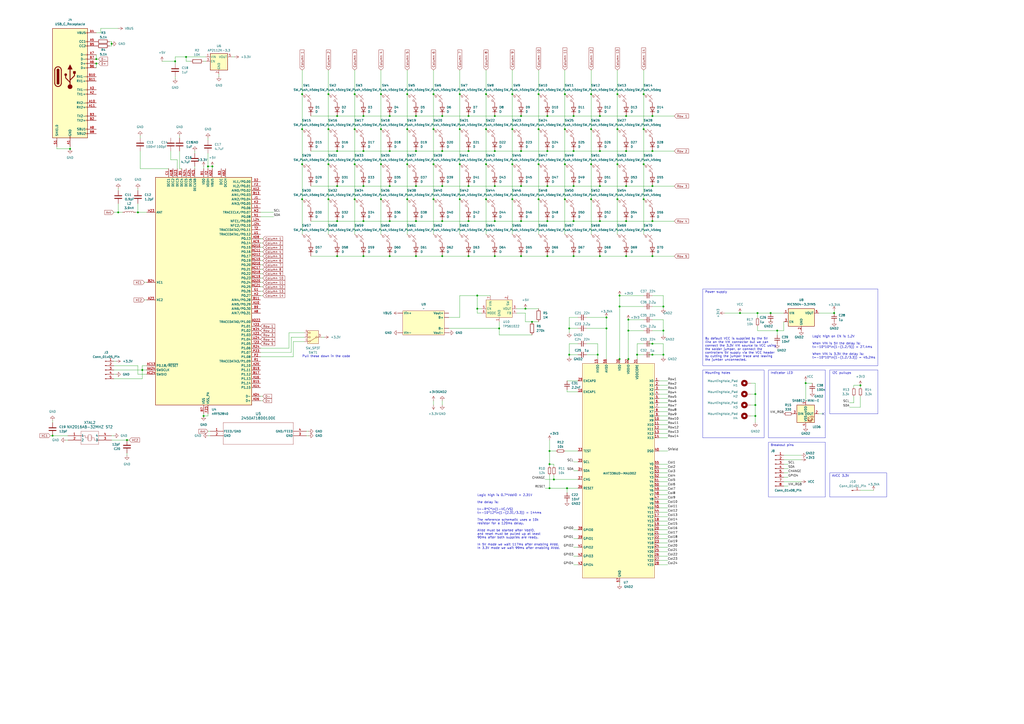
<source format=kicad_sch>
(kicad_sch (version 20250114) (generator "eeschema") (generator_version "9.0")
  (paper "A2")
  (rectangle (start 407.67 167.64) (end 509.27 212.09))
  (rectangle (start 481.33 214.63) (end 509.27 240.03))
  (rectangle (start 445.77 256.54) (end 478.79 288.29))
  (rectangle (start 445.77 214.63) (end 478.79 254))
  (rectangle (start 481.33 274.32) (end 514.35 288.29))
  (rectangle (start 407.67 214.63) (end 443.23 254))
  (text "Logic high is 0.7*VddIO = 2.31V\n\nthe delay is:\n\nt=-R*C*ln(1-VC/VS)\nt=-10*12*ln(1-(2.31/3.3)) = 144ms\n\nThe reference schematic uses a 10k\nresistor for a 120ms delay.\n\nAVdd must be started after VddIO,\nand reset must be pulled up at least\n90ms after both supplies are ready.\n\nIn 5V mode we wait 117ms after enabling AVdd.\nIn 3.3V mode we wait 99ms after enabling AVdd." (at 276.86 318.77 0) (effects (font (size 1.27 1.27)) (justify left bottom)))
  (text "Indicator LED" (at 447.04 217.17 0) (effects (font (size 1.27 1.27)) (justify left bottom)))
  (text "Power supply" (at 408.94 170.18 0) (effects (font (size 1.27 1.27)) (justify left bottom)))
  (text "Breakout pins" (at 447.04 259.08 0) (effects (font (size 1.27 1.27)) (justify left bottom)))
  (text "Logic high on EN is 1.2V\n\nWhen VIN is 5V the delay is:\nt=-10*10*ln(1-(1.2/5)) = 27.4ms\n\nWhen VIN is 3.3V the delay is:\nt=-10*10*ln(1-(1.2/3.3)) = 45.2ms" (at 471.17 208.28 0) (effects (font (size 1.27 1.27)) (justify left bottom)))
  (text "AVCC 3.3V" (at 482.6 276.86 0) (effects (font (size 1.27 1.27)) (justify left bottom)))
  (text "By default VCC is supplied by the 5V\nline on the VIK connector but we can\nconnect the 3.3V VIK source to VCC using\nthe solder jumper, or connect the\ncontrollers 5V supply via the VCC header\nby cutting the jumper trace and leaving\nthe jumber unconnected." (at 408.94 209.55 0) (effects (font (size 1.27 1.27)) (justify left bottom)))
  (text "Mounting holes" (at 408.94 217.17 0) (effects (font (size 1.27 1.27)) (justify left bottom)))
  (text "I2C pullups" (at 482.6 217.17 0) (effects (font (size 1.27 1.27)) (justify left bottom)))
  (text "Pull these down in the code" (at 189.23 206.756 0) (effects (font (size 1.27 1.27))))
  (junction (at 281.94 95.25))
  (junction (at 327.66 74.93))
  (junction (at 312.42 74.93))
  (junction (at 342.9 54.61))
  (junction (at 332.74 128.27))
  (junction (at 210.82 87.63))
  (junction (at 499.11 223.52))
  (junction (at 226.06 87.63))
  (junction (at 205.74 54.61))
  (junction (at 302.26 148.59))
  (junction (at 363.22 67.31))
  (junction (at 438.15 234.95))
  (junction (at 384.81 177.8))
  (junction (at 287.02 128.27))
  (junction (at 175.26 74.93))
  (junction (at 271.78 67.31))
  (junction (at 327.66 54.61))
  (junction (at 175.26 95.25))
  (junction (at 378.46 148.59))
  (junction (at 210.82 128.27))
  (junction (at 241.3 87.63))
  (junction (at 210.82 148.59))
  (junction (at 175.26 115.57))
  (junction (at 373.38 95.25))
  (junction (at 190.5 115.57))
  (junction (at 342.9 95.25))
  (junction (at 347.98 67.31))
  (junction (at 363.22 107.95))
  (junction (at 358.14 115.57))
  (junction (at 190.5 54.61))
  (junction (at 384.81 205.74))
  (junction (at 241.3 67.31))
  (junction (at 317.5 148.59))
  (junction (at 241.3 148.59))
  (junction (at 287.02 87.63))
  (junction (at 266.7 115.57))
  (junction (at 205.74 74.93))
  (junction (at 359.41 177.8))
  (junction (at 317.5 67.31))
  (junction (at 312.42 54.61))
  (junction (at 332.74 107.95))
  (junction (at 358.14 74.93))
  (junction (at 107.95 33.02))
  (junction (at 287.02 67.31))
  (junction (at 256.54 87.63))
  (junction (at 80.01 123.19))
  (junction (at 210.82 107.95))
  (junction (at 450.85 191.77))
  (junction (at 384.81 191.77))
  (junction (at 359.41 208.28))
  (junction (at 330.2 205.74))
  (junction (at 64.77 25.4))
  (junction (at 30.48 252.73))
  (junction (at 378.46 67.31))
  (junction (at 226.06 148.59))
  (junction (at 205.74 95.25))
  (junction (at 332.74 148.59))
  (junction (at 302.26 128.27))
  (junction (at 483.87 181.61))
  (junction (at 287.02 107.95))
  (junction (at 220.98 95.25))
  (junction (at 318.77 283.21))
  (junction (at 266.7 54.61))
  (junction (at 195.58 67.31))
  (junction (at 347.98 87.63))
  (junction (at 271.78 87.63))
  (junction (at 302.26 67.31))
  (junction (at 236.22 74.93))
  (junction (at 190.5 74.93))
  (junction (at 266.7 74.93))
  (junction (at 276.86 179.07))
  (junction (at 251.46 95.25))
  (junction (at 351.79 184.15))
  (junction (at 312.42 115.57))
  (junction (at 327.66 95.25))
  (junction (at 330.2 190.5))
  (junction (at 378.46 128.27))
  (junction (at 256.54 67.31))
  (junction (at 317.5 107.95))
  (junction (at 266.7 95.25))
  (junction (at 236.22 95.25))
  (junction (at 281.94 115.57))
  (junction (at 318.77 261.62))
  (junction (at 358.14 54.61))
  (junction (at 317.5 87.63))
  (junction (at 40.64 86.36))
  (junction (at 373.38 115.57))
  (junction (at 358.14 95.25))
  (junction (at 251.46 54.61))
  (junction (at 363.22 128.27))
  (junction (at 378.46 107.95))
  (junction (at 55.88 36.83))
  (junction (at 220.98 54.61))
  (junction (at 342.9 115.57))
  (junction (at 439.42 181.61))
  (junction (at 82.55 214.63))
  (junction (at 302.26 87.63))
  (junction (at 289.56 190.5))
  (junction (at 256.54 128.27))
  (junction (at 429.26 181.61))
  (junction (at 68.58 123.19))
  (junction (at 210.82 67.31))
  (junction (at 346.71 205.74))
  (junction (at 226.06 107.95))
  (junction (at 256.54 148.59))
  (junction (at 220.98 74.93))
  (junction (at 308.61 186.69))
  (junction (at 256.54 107.95))
  (junction (at 347.98 128.27))
  (junction (at 175.26 54.61))
  (junction (at 317.5 128.27))
  (junction (at 302.26 107.95))
  (junction (at 347.98 107.95))
  (junction (at 271.78 107.95))
  (junction (at 241.3 128.27))
  (junction (at 281.94 74.93))
  (junction (at 363.22 87.63))
  (junction (at 271.78 148.59))
  (junction (at 241.3 107.95))
  (junction (at 205.74 115.57))
  (junction (at 328.93 283.21))
  (junction (at 271.78 128.27))
  (junction (at 312.42 95.25))
  (junction (at 297.18 115.57))
  (junction (at 304.8 179.07))
  (junction (at 55.88 34.29))
  (junction (at 297.18 74.93))
  (junction (at 251.46 115.57))
  (junction (at 359.41 171.45))
  (junction (at 438.15 241.3))
  (junction (at 123.19 96.52))
  (junction (at 287.02 148.59))
  (junction (at 120.65 96.52))
  (junction (at 447.04 181.61))
  (junction (at 364.49 191.77))
  (junction (at 195.58 148.59))
  (junction (at 332.74 67.31))
  (junction (at 364.49 208.28))
  (junction (at 364.49 185.42))
  (junction (at 378.46 87.63))
  (junction (at 378.46 199.39))
  (junction (at 321.31 278.13))
  (junction (at 327.66 115.57))
  (junction (at 347.98 148.59))
  (junction (at 369.57 205.74))
  (junction (at 373.38 74.93))
  (junction (at 342.9 74.93))
  (junction (at 332.74 87.63))
  (junction (at 438.15 228.6))
  (junction (at 378.46 205.74))
  (junction (at 363.22 148.59))
  (junction (at 236.22 54.61))
  (junction (at 190.5 95.25))
  (junction (at 297.18 95.25))
  (junction (at 467.36 222.25))
  (junction (at 318.77 269.24))
  (junction (at 236.22 115.57))
  (junction (at 118.11 241.3))
  (junction (at 373.38 54.61))
  (junction (at 251.46 74.93))
  (junction (at 195.58 107.95))
  (junction (at 226.06 128.27))
  (junction (at 281.94 54.61))
  (junction (at 195.58 87.63))
  (junction (at 351.79 190.5))
  (junction (at 226.06 67.31))
  (junction (at 297.18 54.61))
  (junction (at 101.6 35.56))
  (junction (at 220.98 115.57))
  (junction (at 73.66 255.27))
  (junction (at 195.58 128.27))
  (junction (at 276.86 171.45))
  (no_connect (at 477.52 240.03))
  (wire (pts (xy 363.22 148.59) (xy 378.46 148.59)))
  (wire (pts (xy 205.74 54.61) (xy 205.74 74.93)))
  (wire (pts (xy 297.18 115.57) (xy 297.18 135.89)))
  (wire (pts (xy 175.26 115.57) (xy 175.26 135.89)))
  (wire (pts (xy 271.78 67.31) (xy 287.02 67.31)))
  (wire (pts (xy 152.4 166.37) (xy 151.13 166.37)))
  (wire (pts (xy 327.66 54.61) (xy 327.66 74.93)))
  (wire (pts (xy 457.2 269.24) (xy 454.66 269.24)))
  (wire (pts (xy 340.36 205.74) (xy 346.71 205.74)))
  (wire (pts (xy 118.11 241.3) (xy 120.65 241.3)))
  (wire (pts (xy 474.98 240.03) (xy 477.52 240.03)))
  (wire (pts (xy 104.14 78.74) (xy 104.14 80.01)))
  (wire (pts (xy 464.82 264.16) (xy 454.66 264.16)))
  (wire (pts (xy 179.07 250.19) (xy 177.8 250.19)))
  (wire (pts (xy 93.98 35.56) (xy 101.6 35.56)))
  (wire (pts (xy 382.27 312.42) (xy 387.35 312.42)))
  (wire (pts (xy 450.85 191.77) (xy 450.85 194.31)))
  (wire (pts (xy 152.4 163.83) (xy 151.13 163.83)))
  (wire (pts (xy 492.76 236.22) (xy 499.11 236.22)))
  (wire (pts (xy 312.42 74.93) (xy 312.42 95.25)))
  (wire (pts (xy 241.3 148.59) (xy 256.54 148.59)))
  (wire (pts (xy 276.86 179.07) (xy 276.86 171.45)))
  (wire (pts (xy 358.14 74.93) (xy 358.14 95.25)))
  (wire (pts (xy 457.2 281.94) (xy 454.66 281.94)))
  (wire (pts (xy 29.21 252.73) (xy 30.48 252.73)))
  (wire (pts (xy 271.78 128.27) (xy 287.02 128.27)))
  (wire (pts (xy 420.37 181.61) (xy 429.26 181.61)))
  (wire (pts (xy 287.02 128.27) (xy 302.26 128.27)))
  (wire (pts (xy 281.94 74.93) (xy 281.94 95.25)))
  (wire (pts (xy 435.61 222.25) (xy 438.15 222.25)))
  (wire (pts (xy 378.46 205.74) (xy 384.81 205.74)))
  (wire (pts (xy 151.13 229.87) (xy 152.4 229.87)))
  (wire (pts (xy 190.5 115.57) (xy 190.5 135.89)))
  (wire (pts (xy 289.56 194.31) (xy 289.56 190.5)))
  (wire (pts (xy 327.66 95.25) (xy 327.66 115.57)))
  (wire (pts (xy 107.95 33.02) (xy 119.38 33.02)))
  (wire (pts (xy 321.31 278.13) (xy 321.31 275.59)))
  (wire (pts (xy 113.03 96.52) (xy 113.03 97.79)))
  (wire (pts (xy 66.04 252.73) (xy 64.77 252.73)))
  (wire (pts (xy 332.74 87.63) (xy 347.98 87.63)))
  (wire (pts (xy 332.74 312.42) (xy 335.28 312.42)))
  (wire (pts (xy 378.46 177.8) (xy 384.81 177.8)))
  (wire (pts (xy 382.27 238.76) (xy 387.35 238.76)))
  (wire (pts (xy 102.87 92.71) (xy 99.06 92.71)))
  (wire (pts (xy 382.27 231.14) (xy 387.35 231.14)))
  (wire (pts (xy 382.27 226.06) (xy 387.35 226.06)))
  (wire (pts (xy 382.27 317.5) (xy 387.35 317.5)))
  (wire (pts (xy 457.2 276.86) (xy 454.66 276.86)))
  (wire (pts (xy 205.74 40.64) (xy 205.74 54.61)))
  (wire (pts (xy 120.65 88.9) (xy 120.65 96.52)))
  (wire (pts (xy 195.58 67.31) (xy 210.82 67.31)))
  (wire (pts (xy 347.98 148.59) (xy 363.22 148.59)))
  (wire (pts (xy 190.5 54.61) (xy 190.5 74.93)))
  (wire (pts (xy 438.15 241.3) (xy 438.15 245.11)))
  (wire (pts (xy 328.93 227.33) (xy 328.93 226.06)))
  (wire (pts (xy 335.28 267.97) (xy 332.74 267.97)))
  (wire (pts (xy 236.22 40.64) (xy 236.22 54.61)))
  (wire (pts (xy 364.49 191.77) (xy 373.38 191.77)))
  (wire (pts (xy 321.31 269.24) (xy 318.77 269.24)))
  (wire (pts (xy 384.81 185.42) (xy 384.81 191.77)))
  (wire (pts (xy 187.96 195.58) (xy 186.69 195.58)))
  (wire (pts (xy 328.93 283.21) (xy 328.93 285.75)))
  (wire (pts (xy 220.98 115.57) (xy 220.98 135.89)))
  (wire (pts (xy 330.2 205.74) (xy 335.28 205.74)))
  (wire (pts (xy 226.06 67.31) (xy 241.3 67.31)))
  (wire (pts (xy 73.66 255.27) (xy 74.93 255.27)))
  (wire (pts (xy 30.48 243.84) (xy 30.48 245.11)))
  (wire (pts (xy 170.18 198.12) (xy 176.53 198.12)))
  (wire (pts (xy 195.58 87.63) (xy 210.82 87.63)))
  (wire (pts (xy 279.4 181.61) (xy 276.86 181.61)))
  (wire (pts (xy 382.27 322.58) (xy 387.35 322.58)))
  (wire (pts (xy 287.02 107.95) (xy 302.26 107.95)))
  (wire (pts (xy 251.46 40.64) (xy 251.46 54.61)))
  (wire (pts (xy 151.13 123.19) (xy 158.75 123.19)))
  (wire (pts (xy 271.78 148.59) (xy 287.02 148.59)))
  (wire (pts (xy 464.82 266.7) (xy 454.66 266.7)))
  (wire (pts (xy 107.95 35.56) (xy 107.95 33.02)))
  (wire (pts (xy 384.81 191.77) (xy 384.81 194.31)))
  (wire (pts (xy 330.2 205.74) (xy 330.2 207.01)))
  (wire (pts (xy 369.57 205.74) (xy 369.57 199.39)))
  (wire (pts (xy 373.38 95.25) (xy 373.38 115.57)))
  (wire (pts (xy 382.27 309.88) (xy 387.35 309.88)))
  (wire (pts (xy 284.48 171.45) (xy 276.86 171.45)))
  (wire (pts (xy 80.01 109.22) (xy 80.01 110.49)))
  (wire (pts (xy 205.74 95.25) (xy 205.74 115.57)))
  (wire (pts (xy 382.27 297.18) (xy 387.35 297.18)))
  (wire (pts (xy 335.28 184.15) (xy 330.2 184.15)))
  (wire (pts (xy 378.46 148.59) (xy 391.16 148.59)))
  (wire (pts (xy 318.77 275.59) (xy 318.77 283.21)))
  (wire (pts (xy 302.26 128.27) (xy 317.5 128.27)))
  (wire (pts (xy 266.7 74.93) (xy 266.7 95.25)))
  (wire (pts (xy 220.98 54.61) (xy 220.98 74.93)))
  (wire (pts (xy 373.38 74.93) (xy 373.38 95.25)))
  (wire (pts (xy 299.72 179.07) (xy 304.8 179.07)))
  (wire (pts (xy 373.38 115.57) (xy 373.38 135.89)))
  (wire (pts (xy 276.86 181.61) (xy 276.86 179.07)))
  (wire (pts (xy 382.27 261.62) (xy 387.35 261.62)))
  (wire (pts (xy 251.46 54.61) (xy 251.46 74.93)))
  (wire (pts (xy 382.27 281.94) (xy 387.35 281.94)))
  (wire (pts (xy 101.6 35.56) (xy 101.6 33.02)))
  (wire (pts (xy 205.74 115.57) (xy 205.74 135.89)))
  (wire (pts (xy 82.55 214.63) (xy 82.55 219.71)))
  (wire (pts (xy 68.58 118.11) (xy 68.58 123.19)))
  (wire (pts (xy 464.82 279.4) (xy 454.66 279.4)))
  (wire (pts (xy 55.88 31.75) (xy 55.88 34.29)))
  (wire (pts (xy 236.22 95.25) (xy 236.22 115.57)))
  (wire (pts (xy 342.9 74.93) (xy 342.9 95.25)))
  (wire (pts (xy 64.77 25.4) (xy 64.77 26.67)))
  (wire (pts (xy 495.3 223.52) (xy 499.11 223.52)))
  (wire (pts (xy 382.27 233.68) (xy 387.35 233.68)))
  (wire (pts (xy 317.5 67.31) (xy 332.74 67.31)))
  (wire (pts (xy 342.9 54.61) (xy 342.9 74.93)))
  (wire (pts (xy 123.19 96.52) (xy 123.19 97.79)))
  (wire (pts (xy 495.3 233.68) (xy 495.3 229.87)))
  (wire (pts (xy 369.57 208.28) (xy 369.57 205.74)))
  (wire (pts (xy 382.27 271.78) (xy 387.35 271.78)))
  (wire (pts (xy 351.79 184.15) (xy 340.36 184.15)))
  (wire (pts (xy 195.58 148.59) (xy 210.82 148.59)))
  (wire (pts (xy 241.3 67.31) (xy 256.54 67.31)))
  (wire (pts (xy 180.34 128.27) (xy 195.58 128.27)))
  (wire (pts (xy 327.66 74.93) (xy 327.66 95.25)))
  (wire (pts (xy 316.23 283.21) (xy 318.77 283.21)))
  (wire (pts (xy 454.66 186.69) (xy 454.66 191.77)))
  (wire (pts (xy 358.14 95.25) (xy 358.14 115.57)))
  (wire (pts (xy 429.26 181.61) (xy 439.42 181.61)))
  (wire (pts (xy 64.77 24.13) (xy 63.5 24.13)))
  (wire (pts (xy 236.22 115.57) (xy 236.22 135.89)))
  (wire (pts (xy 279.4 179.07) (xy 276.86 179.07)))
  (wire (pts (xy 384.81 177.8) (xy 384.81 179.07)))
  (wire (pts (xy 118.11 35.56) (xy 119.38 35.56)))
  (wire (pts (xy 195.58 128.27) (xy 210.82 128.27)))
  (wire (pts (xy 175.26 95.25) (xy 175.26 115.57)))
  (wire (pts (xy 358.14 54.61) (xy 358.14 74.93)))
  (wire (pts (xy 499.11 223.52) (xy 499.11 224.79)))
  (wire (pts (xy 287.02 148.59) (xy 302.26 148.59)))
  (wire (pts (xy 281.94 40.64) (xy 281.94 54.61)))
  (wire (pts (xy 492.76 233.68) (xy 495.3 233.68)))
  (wire (pts (xy 175.26 54.61) (xy 175.26 74.93)))
  (wire (pts (xy 80.01 118.11) (xy 80.01 123.19)))
  (wire (pts (xy 175.26 40.64) (xy 175.26 54.61)))
  (wire (pts (xy 317.5 128.27) (xy 332.74 128.27)))
  (wire (pts (xy 118.11 240.03) (xy 118.11 241.3)))
  (wire (pts (xy 168.91 195.58) (xy 176.53 195.58)))
  (wire (pts (xy 152.4 148.59) (xy 151.13 148.59)))
  (wire (pts (xy 312.42 95.25) (xy 312.42 115.57)))
  (wire (pts (xy 66.04 217.17) (xy 67.31 217.17)))
  (wire (pts (xy 55.88 36.83) (xy 55.88 39.37)))
  (wire (pts (xy 359.41 177.8) (xy 373.38 177.8)))
  (wire (pts (xy 382.27 241.3) (xy 387.35 241.3)))
  (wire (pts (xy 236.22 54.61) (xy 236.22 74.93)))
  (wire (pts (xy 382.27 320.04) (xy 387.35 320.04)))
  (wire (pts (xy 382.27 294.64) (xy 387.35 294.64)))
  (wire (pts (xy 152.4 140.97) (xy 151.13 140.97)))
  (wire (pts (xy 438.15 228.6) (xy 438.15 234.95)))
  (wire (pts (xy 384.81 205.74) (xy 384.81 207.01)))
  (wire (pts (xy 391.16 107.95) (xy 378.46 107.95)))
  (wire (pts (xy 170.18 207.01) (xy 151.13 207.01)))
  (wire (pts (xy 363.22 107.95) (xy 378.46 107.95)))
  (wire (pts (xy 359.41 177.8) (xy 359.41 208.28)))
  (wire (pts (xy 190.5 40.64) (xy 190.5 54.61)))
  (wire (pts (xy 152.4 146.05) (xy 151.13 146.05)))
  (wire (pts (xy 55.88 34.29) (xy 57.15 34.29)))
  (wire (pts (xy 190.5 74.93) (xy 190.5 95.25)))
  (wire (pts (xy 318.77 283.21) (xy 328.93 283.21)))
  (wire (pts (xy 382.27 246.38) (xy 387.35 246.38)))
  (wire (pts (xy 251.46 95.25) (xy 251.46 115.57)))
  (wire (pts (xy 66.04 214.63) (xy 82.55 214.63)))
  (wire (pts (xy 382.27 327.66) (xy 387.35 327.66)))
  (wire (pts (xy 251.46 74.93) (xy 251.46 95.25)))
  (wire (pts (xy 304.8 179.07) (xy 312.42 179.07)))
  (wire (pts (xy 363.22 67.31) (xy 378.46 67.31)))
  (wire (pts (xy 210.82 148.59) (xy 226.06 148.59)))
  (wire (pts (xy 175.26 74.93) (xy 175.26 95.25)))
  (wire (pts (xy 195.58 107.95) (xy 210.82 107.95)))
  (wire (pts (xy 382.27 276.86) (xy 387.35 276.86)))
  (wire (pts (xy 205.74 74.93) (xy 205.74 95.25)))
  (wire (pts (xy 210.82 128.27) (xy 226.06 128.27)))
  (wire (pts (xy 347.98 67.31) (xy 363.22 67.31)))
  (wire (pts (xy 55.88 19.05) (xy 58.42 19.05)))
  (wire (pts (xy 447.04 181.61) (xy 454.66 181.61)))
  (wire (pts (xy 210.82 107.95) (xy 226.06 107.95)))
  (wire (pts (xy 382.27 279.4) (xy 387.35 279.4)))
  (wire (pts (xy 105.41 97.79) (xy 104.14 97.79)))
  (wire (pts (xy 302.26 107.95) (xy 317.5 107.95)))
  (wire (pts (xy 66.04 212.09) (xy 80.01 212.09)))
  (wire (pts (xy 439.42 181.61) (xy 447.04 181.61)))
  (wire (pts (xy 297.18 54.61) (xy 297.18 74.93)))
  (wire (pts (xy 120.65 80.01) (xy 120.65 81.28)))
  (wire (pts (xy 359.41 171.45) (xy 373.38 171.45)))
  (wire (pts (xy 369.57 205.74) (xy 373.38 205.74)))
  (wire (pts (xy 439.42 181.61) (xy 439.42 184.15)))
  (wire (pts (xy 435.61 234.95) (xy 438.15 234.95)))
  (wire (pts (xy 152.4 171.45) (xy 151.13 171.45)))
  (wire (pts (xy 80.01 212.09) (xy 80.01 217.17)))
  (wire (pts (xy 474.98 181.61) (xy 483.87 181.61)))
  (wire (pts (xy 439.42 189.23) (xy 439.42 191.77)))
  (wire (pts (xy 318.77 261.62) (xy 318.77 269.24)))
  (wire (pts (xy 101.6 35.56) (xy 101.6 36.83)))
  (wire (pts (xy 81.28 87.63) (xy 81.28 97.79)))
  (wire (pts (xy 85.09 212.09) (xy 82.55 212.09)))
  (wire (pts (xy 304.8 186.69) (xy 308.61 186.69)))
  (wire (pts (xy 382.27 284.48) (xy 387.35 284.48)))
  (wire (pts (xy 152.4 153.67) (xy 151.13 153.67)))
  (wire (pts (xy 152.4 156.21) (xy 151.13 156.21)))
  (wire (pts (xy 318.77 269.24) (xy 318.77 270.51)))
  (wire (pts (xy 391.16 67.31) (xy 378.46 67.31)))
  (wire (pts (xy 499.11 284.48) (xy 506.73 284.48)))
  (wire (pts (xy 64.77 25.4) (xy 64.77 24.13)))
  (wire (pts (xy 382.27 325.12) (xy 387.35 325.12)))
  (wire (pts (xy 346.71 205.74) (xy 346.71 199.39)))
  (wire (pts (xy 66.04 123.19) (xy 68.58 123.19)))
  (wire (pts (xy 68.58 109.22) (xy 68.58 110.49)))
  (wire (pts (xy 328.93 220.98) (xy 335.28 220.98)))
  (wire (pts (xy 450.85 191.77) (xy 454.66 191.77)))
  (wire (pts (xy 327.66 115.57) (xy 327.66 135.89)))
  (wire (pts (xy 358.14 40.64) (xy 358.14 54.61)))
  (wire (pts (xy 118.11 96.52) (xy 118.11 97.79)))
  (wire (pts (xy 373.38 54.61) (xy 373.38 74.93)))
  (wire (pts (xy 266.7 115.57) (xy 266.7 135.89)))
  (wire (pts (xy 346.71 199.39) (xy 340.36 199.39)))
  (wire (pts (xy 281.94 54.61) (xy 281.94 74.93)))
  (wire (pts (xy 168.91 204.47) (xy 151.13 204.47)))
  (wire (pts (xy 347.98 128.27) (xy 363.22 128.27)))
  (wire (pts (xy 382.27 220.98) (xy 387.35 220.98)))
  (wire (pts (xy 120.65 252.73) (xy 121.92 252.73)))
  (wire (pts (xy 80.01 123.19) (xy 85.09 123.19)))
  (wire (pts (xy 382.27 289.56) (xy 387.35 289.56)))
  (wire (pts (xy 328.93 283.21) (xy 335.28 283.21)))
  (wire (pts (xy 151.13 125.73) (xy 158.75 125.73)))
  (wire (pts (xy 382.27 251.46) (xy 387.35 251.46)))
  (wire (pts (xy 220.98 74.93) (xy 220.98 95.25)))
  (wire (pts (xy 332.74 67.31) (xy 347.98 67.31)))
  (wire (pts (xy 435.61 228.6) (xy 438.15 228.6)))
  (wire (pts (xy 256.54 67.31) (xy 271.78 67.31)))
  (wire (pts (xy 302.26 67.31) (xy 317.5 67.31)))
  (wire (pts (xy 167.64 201.93) (xy 151.13 201.93)))
  (wire (pts (xy 342.9 95.25) (xy 342.9 115.57)))
  (wire (pts (xy 226.06 128.27) (xy 241.3 128.27)))
  (wire (pts (xy 73.66 255.27) (xy 64.77 255.27)))
  (wire (pts (xy 73.66 264.16) (xy 73.66 262.89)))
  (wire (pts (xy 495.3 224.79) (xy 495.3 223.52)))
  (wire (pts (xy 120.65 96.52) (xy 120.65 97.79)))
  (wire (pts (xy 266.7 184.15) (xy 260.35 184.15)))
  (wire (pts (xy 391.16 87.63) (xy 378.46 87.63)))
  (wire (pts (xy 101.6 33.02) (xy 107.95 33.02)))
  (wire (pts (xy 220.98 95.25) (xy 220.98 115.57)))
  (wire (pts (xy 382.27 287.02) (xy 387.35 287.02)))
  (wire (pts (xy 82.55 212.09) (xy 82.55 214.63)))
  (wire (pts (xy 55.88 36.83) (xy 57.15 36.83)))
  (wire (pts (xy 299.72 181.61) (xy 304.8 181.61)))
  (wire (pts (xy 68.58 123.19) (xy 71.12 123.19)))
  (wire (pts (xy 152.4 161.29) (xy 151.13 161.29)))
  (wire (pts (xy 308.61 194.31) (xy 289.56 194.31)))
  (wire (pts (xy 266.7 171.45) (xy 266.7 184.15)))
  (wire (pts (xy 351.79 190.5) (xy 351.79 208.28)))
  (wire (pts (xy 80.01 217.17) (xy 85.09 217.17)))
  (wire (pts (xy 363.22 87.63) (xy 378.46 87.63)))
  (wire (pts (xy 101.6 44.45) (xy 101.6 45.72)))
  (wire (pts (xy 330.2 199.39) (xy 330.2 205.74)))
  (wire (pts (xy 38.1 255.27) (xy 39.37 255.27)))
  (wire (pts (xy 359.41 177.8) (xy 359.41 171.45)))
  (wire (pts (xy 369.57 199.39) (xy 373.38 199.39)))
  (wire (pts (xy 330.2 184.15) (xy 330.2 190.5)))
  (wire (pts (xy 467.36 222.25) (xy 467.36 232.41)))
  (wire (pts (xy 382.27 299.72) (xy 387.35 299.72)))
  (wire (pts (xy 332.74 327.66) (xy 335.28 327.66)))
  (wire (pts (xy 375.92 205.74) (xy 378.46 205.74)))
  (wire (pts (xy 180.34 87.63) (xy 195.58 87.63)))
  (wire (pts (xy 342.9 40.64) (xy 342.9 54.61)))
  (wire (pts (xy 113.03 87.63) (xy 113.03 88.9)))
  (wire (pts (xy 332.74 148.59) (xy 347.98 148.59)))
  (wire (pts (xy 30.48 252.73) (xy 39.37 252.73)))
  (wire (pts (xy 364.49 191.77) (xy 364.49 185.42)))
  (wire (pts (xy 382.27 223.52) (xy 387.35 223.52)))
  (wire (pts (xy 321.31 270.51) (xy 321.31 269.24)))
  (wire (pts (xy 382.27 292.1) (xy 387.35 292.1)))
  (wire (pts (xy 104.14 87.63) (xy 104.14 97.79)))
  (wire (pts (xy 102.87 97.79) (xy 102.87 92.71)))
  (wire (pts (xy 226.06 87.63) (xy 241.3 87.63)))
  (wire (pts (xy 85.09 214.63) (xy 82.55 214.63)))
  (wire (pts (xy 316.23 278.13) (xy 321.31 278.13)))
  (wire (pts (xy 33.02 86.36) (xy 33.02 85.09)))
  (wire (pts (xy 260.35 190.5) (xy 289.56 190.5)))
  (wire (pts (xy 335.28 227.33) (xy 328.93 227.33)))
  (wire (pts (xy 83.82 163.83) (xy 85.09 163.83)))
  (wire (pts (xy 358.14 115.57) (xy 358.14 135.89)))
  (wire (pts (xy 297.18 40.64) (xy 297.18 54.61)))
  (wire (pts (xy 382.27 304.8) (xy 387.35 304.8)))
  (wire (pts (xy 499.11 236.22) (xy 499.11 229.87)))
  (wire (pts (xy 351.79 184.15) (xy 351.79 190.5)))
  (wire (pts (xy 317.5 148.59) (xy 332.74 148.59)))
  (wire (pts (xy 382.27 254) (xy 387.35 254)))
  (wire (pts (xy 271.78 107.95) (xy 287.02 107.95)))
  (wire (pts (xy 378.46 128.27) (xy 391.16 128.27)))
  (wire (pts (xy 457.2 274.32) (xy 454.66 274.32)))
  (wire (pts (xy 287.02 67.31) (xy 302.26 67.31)))
  (wire (pts (xy 317.5 87.63) (xy 332.74 87.63)))
  (wire (pts (xy 66.04 209.55) (xy 67.31 209.55)))
  (wire (pts (xy 241.3 107.95) (xy 256.54 107.95)))
  (wire (pts (xy 335.28 273.05) (xy 332.74 273.05)))
  (wire (pts (xy 152.4 168.91) (xy 151.13 168.91)))
  (wire (pts (xy 438.15 234.95) (xy 438.15 241.3)))
  (wire (pts (xy 180.34 148.59) (xy 195.58 148.59)))
  (wire (pts (xy 347.98 87.63) (xy 363.22 87.63)))
  (wire (pts (xy 327.66 261.62) (xy 335.28 261.62)))
  (wire (pts (xy 152.4 138.43) (xy 151.13 138.43)))
  (wire (pts (xy 152.4 143.51) (xy 151.13 143.51)))
  (wire (pts (xy 297.18 74.93) (xy 297.18 95.25)))
  (wire (pts (xy 302.26 87.63) (xy 317.5 87.63)))
  (wire (pts (xy 382.27 236.22) (xy 387.35 236.22)))
  (wire (pts (xy 82.55 219.71) (xy 66.04 219.71)))
  (wire (pts (xy 256.54 107.95) (xy 271.78 107.95)))
  (wire (pts (xy 332.74 322.58) (xy 335.28 322.58)))
  (wire (pts (xy 99.06 87.63) (xy 99.06 92.71)))
  (wire (pts (xy 382.27 274.32) (xy 387.35 274.32)))
  (wire (pts (xy 340.36 190.5) (xy 351.79 190.5)))
  (wire (pts (xy 467.36 222.25) (xy 471.17 222.25)))
  (wire (pts (xy 40.64 86.36) (xy 33.02 86.36)))
  (wire (pts (xy 297.18 95.25) (xy 297.18 115.57)))
  (wire (pts (xy 332.74 128.27) (xy 347.98 128.27)))
  (wire (pts (xy 382.27 269.24) (xy 387.35 269.24)))
  (wire (pts (xy 58.42 19.05) (xy 58.42 16.51)))
  (wire (pts (xy 78.74 123.19) (xy 80.01 123.19)))
  (wire (pts (xy 81.28 78.74) (xy 81.28 80.01)))
  (wire (pts (xy 332.74 107.95) (xy 347.98 107.95)))
  (wire (pts (xy 382.27 243.84) (xy 387.35 243.84)))
  (wire (pts (xy 64.77 26.67) (xy 63.5 26.67)))
  (wire (pts (xy 364.49 191.77) (xy 364.49 208.28)))
  (wire (pts (xy 318.77 255.27) (xy 318.77 261.62)))
  (wire (pts (xy 251.46 234.95) (xy 251.46 232.41)))
  (wire (pts (xy 256.54 87.63) (xy 271.78 87.63)))
  (wire (pts (xy 289.56 190.5) (xy 289.56 186.69)))
  (wire (pts (xy 378.46 191.77) (xy 384.81 191.77)))
  (wire (pts (xy 378.46 171.45) (xy 384.81 171.45)))
  (wire (pts (xy 266.7 40.64) (xy 266.7 54.61)))
  (wire (pts (xy 226.06 148.59) (xy 241.3 148.59)))
  (wire (pts (xy 167.64 193.04) (xy 167.64 201.93)))
  (wire (pts (xy 58.42 16.51) (xy 68.58 16.51)))
  (wire (pts (xy 363.22 128.27) (xy 378.46 128.27)))
  (wire (pts (xy 302.26 148.59) (xy 317.5 148.59)))
  (wire (pts (xy 467.36 220.98) (xy 467.36 222.25)))
  (wire (pts (xy 382.27 307.34) (xy 387.35 307.34)))
  (wire (pts (xy 110.49 35.56) (xy 107.95 35.56)))
  (wire (pts (xy 327.66 40.64) (xy 327.66 54.61)))
  (wire (pts (xy 378.46 199.39) (xy 384.81 199.39)))
  (wire (pts (xy 127 43.18) (xy 127 44.45)))
  (wire (pts (xy 271.78 87.63) (xy 287.02 87.63)))
  (wire (pts (xy 382.27 248.92) (xy 387.35 248.92)))
  (wire (pts (xy 266.7 54.61) (xy 266.7 74.93)))
  (wire (pts (xy 359.41 209.55) (xy 359.41 208.28)))
  (wire (pts (xy 457.2 271.78) (xy 454.66 271.78)))
  (wire (pts (xy 346.71 208.28) (xy 346.71 205.74)))
  (wire (pts (xy 152.4 158.75) (xy 151.13 158.75)))
  (wire (pts (xy 236.22 74.93) (xy 236.22 95.25)))
  (wire (pts (xy 120.65 250.19) (xy 121.92 250.19)))
  (wire (pts (xy 210.82 87.63) (xy 226.06 87.63)))
  (wire (pts (xy 347.98 107.95) (xy 363.22 107.95)))
  (wire (pts (xy 382.27 228.6) (xy 387.35 228.6)))
  (wire (pts (xy 439.42 191.77) (xy 450.85 191.77)))
  (wire (pts (xy 241.3 87.63) (xy 256.54 87.63)))
  (wire (pts (xy 134.62 33.02) (xy 135.89 33.02)))
  (wire (pts (xy 120.65 241.3) (xy 120.65 240.03)))
  (wire (pts (xy 332.74 317.5) (xy 335.28 317.5)))
  (wire (pts (xy 190.5 95.25) (xy 190.5 115.57)))
  (wire (pts (xy 167.64 193.04) (xy 176.53 193.04)))
  (wire (pts (xy 180.34 67.31) (xy 195.58 67.31)))
  (wire (pts (xy 373.38 40.64) (xy 373.38 54.61)))
  (wire (pts (xy 382.27 302.26) (xy 387.35 302.26)))
  (wire (pts (xy 483.87 180.34) (xy 483.87 181.61)))
  (wire (pts (xy 359.41 339.09) (xy 359.41 337.82)))
  (wire (pts (xy 179.07 252.73) (xy 177.8 252.73)))
  (wire (pts (xy 226.06 107.95) (xy 241.3 107.95)))
  (wire (pts (xy 256.54 128.27) (xy 271.78 128.27)))
  (wire (pts (xy 276.86 171.45) (xy 266.7 171.45)))
  (wire (pts (xy 321.31 278.13) (xy 335.28 278.13)))
  (wire (pts (xy 435.61 241.3) (xy 438.15 241.3)))
  (wire (pts (xy 318.77 261.62) (xy 322.58 261.62)))
  (wire (pts (xy 120.65 96.52) (xy 123.19 96.52)))
  (wire (pts (xy 180.34 107.95) (xy 195.58 107.95)))
  (wire (pts (xy 364.49 185.42) (xy 373.38 185.42)))
  (wire (pts (xy 312.42 115.57) (xy 312.42 135.89)))
  (wire (pts (xy 281.94 95.25) (xy 281.94 115.57)))
  (wire (pts (xy 210.82 67.31) (xy 226.06 67.31)))
  (wire (pts (xy 382.27 314.96) (xy 387.35 314.96)))
  (wire (pts (xy 152.4 151.13) (xy 151.13 151.13)))
  (wire (pts (xy 83.82 173.99) (xy 85.09 173.99)))
  (wire (pts (xy 312.42 40.64) (xy 312.42 54.61)))
  (wire (pts (xy 266.7 95.25) (xy 266.7 115.57)))
  (wire (pts (xy 40.64 85.09) (xy 40.64 86.36)))
  (wire (pts (xy 151.13 232.41) (xy 152.4 232.41)))
  (wire (pts (xy 256.54 148.59) (xy 271.78 148.59)))
  (wire (pts (xy 308.61 186.69) (xy 312.42 186.69)))
  (wire (pts (xy 384.81 199.39) (xy 384.81 205.74)))
  (wire (pts (xy 170.18 198.12) (xy 170.18 207.01)))
  (wire (pts (xy 335.28 199.39) (xy 330.2 199.39)))
  (wire (pts (xy 384.81 171.45) (xy 384.81 177.8)))
  (wire (pts (xy 364.49 209.55) (xy 364.49 208.28)))
  (wire (pts (xy 447.04 185.42) (xy 447.04 186.69)))
  (wire (pts (xy 378.46 185.42) (xy 384.81 185.42)))
  (wire (pts (xy 375.92 199.39) (xy 378.46 199.39)))
  (wire (pts (xy 220.98 40.64) (xy 220.98 54.61)))
  (wire (pts (xy 330.2 190.5) (xy 330.2 193.04)))
  (wire (pts (xy 281.94 115.57) (xy 281.94 135.89)))
  (wire (pts (xy 335.28 190.5) (xy 330.2 190.5)))
  (wire (pts (xy 312.42 54.61) (xy 312.42 74.93)))
  (wire (pts (xy 256.54 232.41) (xy 256.54 234.95)))
  (wire (pts (xy 251.46 115.57) (xy 251.46 135.89)))
  (wire (pts (xy 304.8 181.61) (xy 304.8 186.69)))
  (wire (pts (xy 438.15 222.25) (xy 438.15 228.6)))
  (wire (pts (xy 241.3 128.27) (xy 256.54 128.27)))
  (wire (pts (xy 168.91 195.58) (xy 168.91 204.47)))
  (wire (pts (xy 287.02 87.63) (xy 302.26 87.63)))
  (wire (pts (xy 97.79 97.79) (xy 81.28 97.79)))
  (wire (pts (xy 317.5 107.95) (xy 332.74 107.95)))
  (wire (pts (xy 342.9 115.57) (xy 342.9 135.89)))
  (wire (pts (xy 332.74 307.34) (xy 335.28 307.34)))
  (label "GPIO3" (at 332.74 322.58 180))
  (label "Col5" (at 387.35 279.4 0))
  (label "Col9" (at 387.35 289.56 0))
  (label "SDA" (at 332.74 273.05 180))
  (label "Col19" (at 387.35 314.96 0))
  (label "Col15" (at 387.35 304.8 0))
  (label "CHANGE" (at 457.2 274.32 0))
  (label "Col8" (at 387.35 287.02 0))
  (label "Row8" (at 387.35 238.76 0))
  (label "Col1" (at 387.35 269.24 0))
  (label "Row2" (at 387.35 223.52 0))
  (label "Col22" (at 387.35 322.58 0))
  (label "Row6" (at 387.35 233.68 0))
  (label "Row7" (at 387.35 236.22 0))
  (label "Col12" (at 387.35 297.18 0))
  (label "SDA" (at 158.75 125.73 0))
  (label "SDA" (at 492.76 236.22 180))
  (label "Row3" (at 387.35 226.06 0))
  (label "VIK_RGB" (at 457.2 281.94 0))
  (label "Col2" (at 387.35 271.78 0))
  (label "GPIO4" (at 332.74 327.66 180))
  (label "Shield" (at 387.35 261.62 0))
  (label "GPIO4" (at 457.2 276.86 0))
  (label "Col20" (at 387.35 317.5 0))
  (label "SCL" (at 158.75 123.19 0))
  (label "GPIO0" (at 332.74 307.34 180))
  (label "Row11" (at 387.35 246.38 0))
  (label "Col23" (at 387.35 325.12 0))
  (label "SDA" (at 457.2 271.78 0))
  (label "Col24" (at 387.35 327.66 0))
  (label "Col3" (at 387.35 274.32 0))
  (label "Row4" (at 387.35 228.6 0))
  (label "Row9" (at 387.35 241.3 0))
  (label "GPIO2" (at 332.74 317.5 180))
  (label "Col21" (at 387.35 320.04 0))
  (label "Col17" (at 387.35 309.88 0))
  (label "SCL" (at 457.2 269.24 0))
  (label "Row14" (at 387.35 254 0))
  (label "Col6" (at 387.35 281.94 0))
  (label "Row5" (at 387.35 231.14 0))
  (label "Row10" (at 387.35 243.84 0))
  (label "Col4" (at 387.35 276.86 0))
  (label "VIK_RGB" (at 454.66 240.03 180))
  (label "Col14" (at 387.35 302.26 0))
  (label "Row1" (at 387.35 220.98 0))
  (label "GPIO1" (at 332.74 312.42 180))
  (label "Col11" (at 387.35 294.64 0))
  (label "Col13" (at 387.35 299.72 0))
  (label "CHANGE" (at 316.23 278.13 180))
  (label "Col18" (at 387.35 312.42 0))
  (label "Col10" (at 387.35 292.1 0))
  (label "RESET" (at 316.23 283.21 180))
  (label "Col16" (at 387.35 307.34 0))
  (label "SCL" (at 332.74 267.97 180))
  (label "Row12" (at 387.35 248.92 0))
  (label "Col7" (at 387.35 284.48 0))
  (label "Row13" (at 387.35 251.46 0))
  (label "SCL" (at 492.76 233.68 180))
  (global_label "Row 1" (shape input) (at 151.13 189.23 0) (property "Intersheetrefs" "${INTERSHEET_REFS}" (effects (hide yes))))
  (global_label "Row 4" (shape input) (at 391.16 128.27 0) (property "Intersheetrefs" "${INTERSHEET_REFS}" (effects (hide yes))))
  (global_label "Column 1" (shape input) (at 152.4 138.43 0) (property "Intersheetrefs" "${INTERSHEET_REFS}" (effects (hide yes))))
  (global_label "Row 5" (shape input) (at 151.13 199.39 0) (property "Intersheetrefs" "${INTERSHEET_REFS}" (effects (hide yes))))
  (global_label "Column 2" (shape input) (at 152.4 140.97 0) (property "Intersheetrefs" "${INTERSHEET_REFS}" (effects (hide yes))))
  (global_label "XC1" (shape input) (at 29.21 252.73 180) (property "Intersheetrefs" "${INTERSHEET_REFS}" (effects (hide yes))))
  (global_label "Row 2" (shape input) (at 391.16 87.63 0) (property "Intersheetrefs" "${INTERSHEET_REFS}" (effects (hide yes))))
  (global_label "Column 9" (shape input) (at 152.4 158.75 0) (property "Intersheetrefs" "${INTERSHEET_REFS}" (effects (hide yes))))
  (global_label "D+" (shape input) (at 57.15 36.83 0) (property "Intersheetrefs" "${INTERSHEET_REFS}" (effects (hide yes))))
  (global_label "XC1" (shape input) (at 83.82 163.83 180) (property "Intersheetrefs" "${INTERSHEET_REFS}" (effects (hide yes))))
  (global_label "Column 10" (shape input) (at 152.4 161.29 0) (property "Intersheetrefs" "${INTERSHEET_REFS}" (effects (hide yes))))
  (global_label "Ant" (shape input) (at 120.65 250.19 180) (property "Intersheetrefs" "${INTERSHEET_REFS}" (effects (hide yes))))
  (global_label "D-" (shape input) (at 152.4 229.87 0) (property "Intersheetrefs" "${INTERSHEET_REFS}" (effects (hide yes))))
  (global_label "Column 3" (shape input) (at 205.74 40.64 90) (property "Intersheetrefs" "${INTERSHEET_REFS}" (effects (hide yes))))
  (global_label "Column 14" (shape input) (at 373.38 40.64 90) (property "Intersheetrefs" "${INTERSHEET_REFS}" (effects (hide yes))))
  (global_label "Column 8" (shape input) (at 281.94 40.64 90) (property "Intersheetrefs" "${INTERSHEET_REFS}" (effects (hide yes))))
  (global_label "Column 8" (shape input) (at 152.4 156.21 0) (property "Intersheetrefs" "${INTERSHEET_REFS}" (effects (hide yes))))
  (global_label "Row 5" (shape input) (at 391.16 148.59 0) (property "Intersheetrefs" "${INTERSHEET_REFS}" (effects (hide yes))))
  (global_label "Column 11" (shape input) (at 327.66 40.64 90) (property "Intersheetrefs" "${INTERSHEET_REFS}" (effects (hide yes))))
  (global_label "XC2" (shape input) (at 74.93 255.27 0) (property "Intersheetrefs" "${INTERSHEET_REFS}" (effects (hide yes))))
  (global_label "Column 4" (shape input) (at 152.4 146.05 0) (property "Intersheetrefs" "${INTERSHEET_REFS}" (effects (hide yes))))
  (global_label "Row 4" (shape input) (at 151.13 196.85 0) (property "Intersheetrefs" "${INTERSHEET_REFS}" (effects (hide yes))))
  (global_label "Column 14" (shape input) (at 152.4 171.45 0) (property "Intersheetrefs" "${INTERSHEET_REFS}" (effects (hide yes))))
  (global_label "Column 12" (shape input) (at 152.4 166.37 0) (property "Intersheetrefs" "${INTERSHEET_REFS}" (effects (hide yes))))
  (global_label "D-" (shape input) (at 57.15 34.29 0) (property "Intersheetrefs" "${INTERSHEET_REFS}" (effects (hide yes))))
  (global_label "Column 4" (shape input) (at 220.98 40.64 90) (property "Intersheetrefs" "${INTERSHEET_REFS}" (effects (hide yes))))
  (global_label "Column 6" (shape input) (at 152.4 151.13 0) (property "Intersheetrefs" "${INTERSHEET_REFS}" (effects (hide yes))))
  (global_label "Column 5" (shape input) (at 152.4 148.59 0) (property "Intersheetrefs" "${INTERSHEET_REFS}" (effects (hide yes))))
  (global_label "Row 1" (shape input) (at 391.16 67.31 0) (property "Intersheetrefs" "${INTERSHEET_REFS}" (effects (hide yes))))
  (global_label "Column 3" (shape input) (at 152.4 143.51 0) (property "Intersheetrefs" "${INTERSHEET_REFS}" (effects (hide yes))))
  (global_label "Column 13" (shape input) (at 152.4 168.91 0) (property "Intersheetrefs" "${INTERSHEET_REFS}" (effects (hide yes))))
  (global_label "XC2" (shape input) (at 83.82 173.99 180) (property "Intersheetrefs" "${INTERSHEET_REFS}" (effects (hide yes))))
  (global_label "Ant" (shape input) (at 66.04 123.19 180) (property "Intersheetrefs" "${INTERSHEET_REFS}" (effects (hide yes))))
  (global_label "Column 7" (shape input) (at 266.7 40.64 90) (property "Intersheetrefs" "${INTERSHEET_REFS}" (effects (hide yes))))
  (global_label "Column 1" (shape input) (at 175.26 40.64 90) (property "Intersheetrefs" "${INTERSHEET_REFS}" (effects (hide yes))))
  (global_label "Column 10" (shape input) (at 312.42 40.64 90) (property "Intersheetrefs" "${INTERSHEET_REFS}" (effects (hide yes))))
  (global_label "D+" (shape input) (at 152.4 232.41 0) (property "Intersheetrefs" "${INTERSHEET_REFS}" (effects (hide yes))))
  (global_label "Column 9" (shape input) (at 297.18 40.64 90) (property "Intersheetrefs" "${INTERSHEET_REFS}" (effects (hide yes))))
  (global_label "Column 7" (shape input) (at 152.4 153.67 0) (property "Intersheetrefs" "${INTERSHEET_REFS}" (effects (hide yes))))
  (global_label "Column 6" (shape input) (at 251.46 40.64 90) (property "Intersheetrefs" "${INTERSHEET_REFS}" (effects (hide yes))))
  (global_label "Column 13" (shape input) (at 358.14 40.64 90) (property "Intersheetrefs" "${INTERSHEET_REFS}" (effects (hide yes))))
  (global_label "Column 12" (shape input) (at 342.9 40.64 90) (property "Intersheetrefs" "${INTERSHEET_REFS}" (effects (hide yes))))
  (global_label "Row 3" (shape input) (at 391.16 107.95 0) (property "Intersheetrefs" "${INTERSHEET_REFS}" (effects (hide yes))))
  (global_label "Column 5" (shape input) (at 236.22 40.64 90) (property "Intersheetrefs" "${INTERSHEET_REFS}" (effects (hide yes))))
  (global_label "Row 2" (shape input) (at 151.13 191.77 0) (property "Intersheetrefs" "${INTERSHEET_REFS}" (effects (hide yes))))
  (global_label "Column 11" (shape input) (at 152.4 163.83 0) (property "Intersheetrefs" "${INTERSHEET_REFS}" (effects (hide yes))))
  (global_label "Row 3" (shape input) (at 151.13 194.31 0) (property "Intersheetrefs" "${INTERSHEET_REFS}" (effects (hide yes))))
  (global_label "Column 2" (shape input) (at 190.5 40.64 90) (property "Intersheetrefs" "${INTERSHEET_REFS}" (effects (hide yes))))
  (symbol (lib_id "Device:C") (at 104.14 83.82 0) (unit 1)
    (property "Reference" "C15" (at 107.95 82.5499 0) (effects (justify left)))
    (property "Value" "1uF" (at 107.95 85.0899 0) (effects (justify left)))
    (property "Description" "Unpolarized capacitor" (effects (hide yes)))
  )
  (symbol (lib_id "Device:R_Small") (at 495.3 227.33 0) (mirror y) (unit 1)
    (property "Reference" "R13" (at 492.76 226.06 0) (effects (justify left)))
    (property "Value" "3.3k" (at 492.76 228.6 0) (effects (justify left)))
    (property "Footprint" "Resistor_SMD:R_0402_1005Metric" (effects (hide yes)))
  )
  (symbol (lib_id "Switch:SW_Push_45deg") (at 177.8 138.43 0) (unit 1)
    (property "Reference" "SW57" (at 177.8 130.81 0))
    (property "Value" "SW_Push_45deg" (at 177.8 133.35 0))
    (property "Description" "Push button switch, normally open, two pins, 45° tilted" (effects (hide yes)))
  )
  (symbol (lib_id "Switch:SW_Push_45deg") (at 299.72 97.79 0) (unit 1)
    (property "Reference" "SW45" (at 299.72 90.17 0))
    (property "Value" "SW_Push_45deg" (at 299.72 92.71 0))
    (property "Description" "Push button switch, normally open, two pins, 45° tilted" (effects (hide yes)))
  )
  (symbol (lib_id "power:GND") (at 81.28 78.74 180) (unit 1)
    (property "Reference" "#PWR028" (effects (hide yes)))
    (property "Value" "GND" (at 81.28 73.66 0))
    (property "Description" "Power symbol creates a global label with name \"GND\" , ground" (effects (hide yes)))
  )
  (symbol (lib_id "Device:D") (at 256.54 83.82 90) (unit 1)
    (property "Reference" "D20" (at 259.08 82.5499 90) (effects (justify right)))
    (property "Value" "D" (at 259.08 85.0899 90) (effects (justify right)))
    (property "Description" "Diode" (effects (hide yes)))
    (property "Sim.Device" "D" (effects (hide yes)))
    (property "Sim.Pins" "1=K 2=A" (effects (hide yes)))
  )
  (symbol (lib_id "Switch:SW_Push_45deg") (at 193.04 97.79 0) (unit 1)
    (property "Reference" "SW31" (at 193.04 90.17 0))
    (property "Value" "SW_Push_45deg" (at 193.04 92.71 0))
    (property "Description" "Push button switch, normally open, two pins, 45° tilted" (effects (hide yes)))
  )
  (symbol (lib_id "power:GND") (at 64.77 25.4 90) (unit 1)
    (property "Reference" "#PWR04" (effects (hide yes)))
    (property "Value" "GND" (at 68.58 25.3999 90) (effects (justify right)))
    (property "Description" "Power symbol creates a global label with name \"GND\" , ground" (effects (hide yes)))
  )
  (symbol (lib_id "Device:D") (at 363.22 124.46 90) (unit 1)
    (property "Reference" "D54" (at 365.76 123.1899 90) (effects (justify right)))
    (property "Value" "D" (at 365.76 125.7299 90) (effects (justify right)))
    (property "Description" "Diode" (effects (hide yes)))
    (property "Sim.Device" "D" (effects (hide yes)))
    (property "Sim.Pins" "1=K 2=A" (effects (hide yes)))
  )
  (symbol (lib_id "Switch:SW_Push_45deg") (at 208.28 118.11 0) (unit 1)
    (property "Reference" "SW34" (at 208.28 110.49 0))
    (property "Value" "SW_Push_45deg" (at 208.28 113.03 0))
    (property "Description" "Push button switch, normally open, two pins, 45° tilted" (effects (hide yes)))
  )
  (symbol (lib_id "MaxTouch:mXT336UD-MAU002") (at 359.41 273.05 0) (unit 1)
    (property "Reference" "U7" (at 361.6041 337.82 0) (effects (justify left)))
    (property "Value" "mXT336UD-MAU002" (at 359.41 274.574 0))
    (property "Footprint" "Trackpad:QFN-56_EP_6x6_Pitch0.35mm" (effects (hide yes)))
    (property "Datasheet" "https://ww1.microchip.com/downloads/secure/aemDocuments/documents/HMID/ProductDocuments/DataSheets/mXT336UD_2_0_Touchscreen_Controller_Product_Datasheet.pdf" (effects (hide yes)))
  )
  (symbol (lib_id "Device:D") (at 347.98 144.78 90) (unit 1)
    (property "Reference" "D68" (at 350.52 143.5099 90) (effects (justify right)))
    (property "Value" "D" (at 350.52 146.0499 90) (effects (justify right)))
    (property "Description" "Diode" (effects (hide yes)))
    (property "Sim.Device" "D" (effects (hide yes)))
    (property "Sim.Pins" "1=K 2=A" (effects (hide yes)))
  )
  (symbol (lib_id "Mechanical:MountingHole_Pad") (at 433.07 234.95 90) (unit 1) (in_bom no)
    (property "Reference" "H3" (at 427.99 236.22 90) (effects (justify left)))
    (property "Value" "MountingHole_Pad" (at 427.99 233.68 90) (effects (justify left)))
    (property "Footprint" "MountingHole:MountingHole_3.2mm_M3_Pad_Via" (effects (hide yes)))
  )
  (symbol (lib_id "Device:L") (at 74.93 123.19 90) (unit 1)
    (property "Reference" "L2" (at 74.93 118.11 90))
    (property "Value" "3.9nH" (at 74.93 120.65 90))
    (property "Description" "Inductor" (effects (hide yes)))
  )
  (symbol (lib_id "Device:D") (at 378.46 104.14 90) (unit 1)
    (property "Reference" "D55" (at 381 102.8699 90) (effects (justify right)))
    (property "Value" "D" (at 381 105.4099 90) (effects (justify right)))
    (property "Description" "Diode" (effects (hide yes)))
    (property "Sim.Device" "D" (effects (hide yes)))
    (property "Sim.Pins" "1=K 2=A" (effects (hide yes)))
  )
  (symbol (lib_id "Device:D") (at 287.02 144.78 90) (unit 1)
    (property "Reference" "D64" (at 289.56 143.5099 90) (effects (justify right)))
    (property "Value" "D" (at 289.56 146.0499 90) (effects (justify right)))
    (property "Description" "Diode" (effects (hide yes)))
    (property "Sim.Device" "D" (effects (hide yes)))
    (property "Sim.Pins" "1=K 2=A" (effects (hide yes)))
  )
  (symbol (lib_id "Switch:SW_Push_45deg") (at 193.04 138.43 0) (unit 1)
    (property "Reference" "SW58" (at 193.04 130.81 0))
    (property "Value" "SW_Push_45deg" (at 193.04 133.35 0))
    (property "Description" "Push button switch, normally open, two pins, 45° tilted" (effects (hide yes)))
  )
  (symbol (lib_id "Regulator_Linear:AP2112K-3.3") (at 127 35.56 0) (unit 1)
    (property "Reference" "U6" (at 127 26.67 0))
    (property "Value" "AP2112K-3.3" (at 127 29.21 0))
    (property "Footprint" "Package_TO_SOT_SMD:SOT-23-5" (effects (hide yes)))
    (property "Datasheet" "https://www.diodes.com/assets/Datasheets/AP2112.pdf" (effects (hide yes)))
    (property "Description" "600mA low dropout linear regulator, with enable pin, 3.8V-6V input voltage range, 3.3V fixed positive output, SOT-23-5" (effects (hide yes)))
  )
  (symbol (lib_id "Connector:Conn_01x01_Pin") (at 494.03 284.48 0) (unit 1) (in_bom no)
    (property "Reference" "J10" (at 494.665 279.4 0))
    (property "Value" "Conn_01x01_Pin" (at 494.665 281.94 0))
    (property "Footprint" "Connector_PinHeader_1.27mm:PinHeader_1x01_P1.27mm_Vertical" (effects (hide yes)))
  )
  (symbol (lib_id "power:GND") (at 68.58 109.22 180) (unit 1)
    (property "Reference" "#PWR026" (effects (hide yes)))
    (property "Value" "GND" (at 68.58 104.14 0))
    (property "Description" "Power symbol creates a global label with name \"GND\" , ground" (effects (hide yes)))
  )
  (symbol (lib_id "Switch:SW_Push_45deg") (at 238.76 57.15 0) (unit 1)
    (property "Reference" "SW5" (at 238.76 49.53 0))
    (property "Value" "SW_Push_45deg" (at 238.76 52.07 0))
    (property "Description" "Push button switch, normally open, two pins, 45° tilted" (effects (hide yes)))
  )
  (symbol (lib_id "Device:R") (at 59.69 24.13 90) (unit 1)
    (property "Reference" "R3" (at 59.944 19.05 90))
    (property "Value" "5.1k" (at 59.944 21.59 90))
    (property "Description" "Resistor" (effects (hide yes)))
  )
  (symbol (lib_id "Device:C") (at 99.06 83.82 0) (unit 1)
    (property "Reference" "C14" (at 93.472 82.55 0) (effects (justify left)))
    (property "Value" "100pF" (at 90.678 85.09 0) (effects (justify left)))
    (property "Description" "Unpolarized capacitor" (effects (hide yes)))
  )
  (symbol (lib_id "Device:D") (at 241.3 63.5 90) (unit 1)
    (property "Reference" "D5" (at 243.84 62.2299 90) (effects (justify right)))
    (property "Value" "D" (at 243.84 64.7699 90) (effects (justify right)))
    (property "Description" "Diode" (effects (hide yes)))
    (property "Sim.Device" "D" (effects (hide yes)))
    (property "Sim.Pins" "1=K 2=A" (effects (hide yes)))
  )
  (symbol (lib_id "Device:D") (at 241.3 124.46 90) (unit 1)
    (property "Reference" "D38" (at 243.84 123.1899 90) (effects (justify right)))
    (property "Value" "D" (at 243.84 125.7299 90) (effects (justify right)))
    (property "Description" "Diode" (effects (hide yes)))
    (property "Sim.Device" "D" (effects (hide yes)))
    (property "Sim.Pins" "1=K 2=A" (effects (hide yes)))
  )
  (symbol (lib_id "Device:D") (at 332.74 63.5 90) (unit 1)
    (property "Reference" "D11" (at 335.28 62.2299 90) (effects (justify right)))
    (property "Value" "D" (at 335.28 64.7699 90) (effects (justify right)))
    (property "Description" "Diode" (effects (hide yes)))
    (property "Sim.Device" "D" (effects (hide yes)))
    (property "Sim.Pins" "1=K 2=A" (effects (hide yes)))
  )
  (symbol (lib_id "Switch:SW_Push_45deg") (at 254 77.47 0) (unit 1)
    (property "Reference" "SW20" (at 254 69.85 0))
    (property "Value" "SW_Push_45deg" (at 254 72.39 0))
    (property "Description" "Push button switch, normally open, two pins, 45° tilted" (effects (hide yes)))
  )
  (symbol (lib_id "power:VCC") (at 429.26 181.61 0) (unit 1)
    (property "Reference" "#PWR075" (effects (hide yes)))
    (property "Value" "VCC" (at 429.26 176.53 0))
  )
  (symbol (lib_id "Device:C") (at 81.28 83.82 0) (unit 1)
    (property "Reference" "C13" (at 85.09 82.5499 0) (effects (justify left)))
    (property "Value" "100nF" (at 84.582 85.09 0) (effects (justify left)))
    (property "Description" "Unpolarized capacitor" (effects (hide yes)))
  )
  (symbol (lib_id "power:GND") (at 118.11 241.3 0) (unit 1)
    (property "Reference" "#PWR032" (effects (hide yes)))
    (property "Value" "GND" (at 118.11 246.38 0))
    (property "Description" "Power symbol creates a global label with name \"GND\" , ground" (effects (hide yes)))
  )
  (symbol (lib_id "power:GND") (at 260.35 193.04 90) (unit 1)
    (property "Reference" "#PWR03" (effects (hide yes)))
    (property "Value" "GND" (at 264.16 193.0399 90) (effects (justify right)))
    (property "Description" "Power symbol creates a global label with name \"GND\" , ground" (effects (hide yes)))
  )
  (symbol (lib_id "Device:C") (at 120.65 85.09 0) (unit 1)
    (property "Reference" "C17" (at 124.46 83.8199 0) (effects (justify left)))
    (property "Value" "4.7uF" (at 124.46 86.3599 0) (effects (justify left)))
    (property "Description" "Unpolarized capacitor" (effects (hide yes)))
  )
  (symbol (lib_id "power:+3.3VA") (at 351.79 184.15 0) (unit 1)
    (property "Reference" "#PWR0101" (effects (hide yes)))
    (property "Value" "+3.3VA" (at 351.79 180.594 0))
  )
  (symbol (lib_id "Mechanical:MountingHole_Pad") (at 433.07 222.25 90) (unit 1) (in_bom no)
    (property "Reference" "H1" (at 427.99 223.52 90) (effects (justify left)))
    (property "Value" "MountingHole_Pad" (at 427.99 220.98 90) (effects (justify left)))
    (property "Footprint" "MountingHole:MountingHole_3.2mm_M3_Pad_Via" (effects (hide yes)))
  )
  (symbol (lib_id "Switch:SW_Push_45deg") (at 360.68 97.79 0) (unit 1)
    (property "Reference" "SW53" (at 360.68 90.17 0))
    (property "Value" "SW_Push_45deg" (at 360.68 92.71 0))
    (property "Description" "Push button switch, normally open, two pins, 45° tilted" (effects (hide yes)))
  )
  (symbol (lib_id "power:+5V") (at 123.19 96.52 0) (unit 1)
    (property "Reference" "#PWR08" (effects (hide yes)))
    (property "Value" "+5V" (at 123.19 91.44 0))
    (property "Description" "Power symbol creates a global label with name \"+5V\"" (effects (hide yes)))
  )
  (symbol (lib_id "Device:C") (at 30.48 248.92 0) (unit 1)
    (property "Reference" "C19" (at 34.29 247.6499 0) (effects (justify left)))
    (property "Value" "12pF" (at 34.29 250.1899 0) (effects (justify left)))
    (property "Description" "Unpolarized capacitor" (effects (hide yes)))
  )
  (symbol (lib_id "Switch:SW_Push_45deg") (at 299.72 57.15 0) (unit 1)
    (property "Reference" "SW9" (at 299.72 49.53 0))
    (property "Value" "SW_Push_45deg" (at 299.72 52.07 0))
    (property "Description" "Push button switch, normally open, two pins, 45° tilted" (effects (hide yes)))
  )
  (symbol (lib_id "Switch:SW_Push_45deg") (at 360.68 77.47 0) (unit 1)
    (property "Reference" "SW27" (at 360.68 69.85 0))
    (property "Value" "SW_Push_45deg" (at 360.68 72.39 0))
    (property "Description" "Push button switch, normally open, two pins, 45° tilted" (effects (hide yes)))
  )
  (symbol (lib_id "Device:D") (at 347.98 124.46 90) (unit 1)
    (property "Reference" "D52" (at 350.52 123.1899 90) (effects (justify right)))
    (property "Value" "D" (at 350.52 125.7299 90) (effects (justify right)))
    (property "Description" "Diode" (effects (hide yes)))
    (property "Sim.Device" "D" (effects (hide yes)))
    (property "Sim.Pins" "1=K 2=A" (effects (hide yes)))
  )
  (symbol (lib_id "Device:D") (at 180.34 124.46 90) (unit 1)
    (property "Reference" "D30" (at 182.88 123.1899 90) (effects (justify right)))
    (property "Value" "D" (at 182.88 125.7299 90) (effects (justify right)))
    (property "Description" "Diode" (effects (hide yes)))
    (property "Sim.Device" "D" (effects (hide yes)))
    (property "Sim.Pins" "1=K 2=A" (effects (hide yes)))
  )
  (symbol (lib_id "power:GND2") (at 471.17 227.33 0) (unit 1)
    (property "Reference" "#PWR084" (effects (hide yes)))
    (property "Value" "GND2" (at 474.98 229.87 0))
  )
  (symbol (lib_id "Device:D") (at 195.58 83.82 90) (unit 1)
    (property "Reference" "D16" (at 198.12 82.5499 90) (effects (justify right)))
    (property "Value" "D" (at 198.12 85.0899 90) (effects (justify right)))
    (property "Description" "Diode" (effects (hide yes)))
    (property "Sim.Device" "D" (effects (hide yes)))
    (property "Sim.Pins" "1=K 2=A" (effects (hide yes)))
  )
  (symbol (lib_id "power:GND") (at 120.65 252.73 270) (unit 1)
    (property "Reference" "#PWR034" (effects (hide yes)))
    (property "Value" "GND" (at 116.84 252.7299 90) (effects (justify right)))
    (property "Description" "Power symbol creates a global label with name \"GND\" , ground" (effects (hide yes)))
  )
  (symbol (lib_id "power:+3.3V") (at 135.89 33.02 270) (unit 1)
    (property "Reference" "#PWR044" (effects (hide yes)))
    (property "Value" "+3.3V" (at 139.7 33.0199 90) (effects (justify left)))
    (property "Description" "Power symbol creates a global label with name \"+3.3V\"" (effects (hide yes)))
  )
  (symbol (lib_id "Device:C_Small") (at 375.92 177.8 270) (unit 1)
    (property "Reference" "C36" (at 373.38 175.26 90))
    (property "Value" "2.2µ" (at 378.46 175.26 90))
    (property "Footprint" "Capacitor_SMD:C_0402_1005Metric" (effects (hide yes)))
    (property "LCSC" "C12530" (effects (hide yes)))
  )
  (symbol (lib_id "power:GND") (at 120.65 80.01 180) (unit 1)
    (property "Reference" "#PWR033" (effects (hide yes)))
    (property "Value" "GND" (at 120.65 74.93 0))
    (property "Description" "Power symbol creates a global label with name \"GND\" , ground" (effects (hide yes)))
  )
  (symbol (lib_id "Device:D") (at 210.82 144.78 90) (unit 1)
    (property "Reference" "D59" (at 213.36 143.5099 90) (effects (justify right)))
    (property "Value" "D" (at 213.36 146.0499 90) (effects (justify right)))
    (property "Description" "Diode" (effects (hide yes)))
    (property "Sim.Device" "D" (effects (hide yes)))
    (property "Sim.Pins" "1=K 2=A" (effects (hide yes)))
  )
  (symbol (lib_id "Device:D") (at 332.74 124.46 90) (unit 1)
    (property "Reference" "D50" (at 335.28 123.1899 90) (effects (justify right)))
    (property "Value" "D" (at 335.28 125.7299 90) (effects (justify right)))
    (property "Description" "Diode" (effects (hide yes)))
    (property "Sim.Device" "D" (effects (hide yes)))
    (property "Sim.Pins" "1=K 2=A" (effects (hide yes)))
  )
  (symbol (lib_id "power:GND") (at 40.64 86.36 0) (unit 1)
    (property "Reference" "#PWR05" (effects (hide yes)))
    (property "Value" "GND" (at 40.64 91.44 0))
    (property "Description" "Power symbol creates a global label with name \"GND\" , ground" (effects (hide yes)))
  )
  (symbol (lib_id "power:+3.3VA") (at 506.73 284.48 0) (unit 1)
    (property "Reference" "#PWR066" (effects (hide yes)))
    (property "Value" "+3.3VA" (at 506.73 280.924 0))
  )
  (symbol (lib_id "Device:C") (at 73.66 259.08 180) (unit 1)
    (property "Reference" "C20" (at 69.85 260.3501 0) (effects (justify left)))
    (property "Value" "12pF" (at 69.85 257.8101 0) (effects (justify left)))
    (property "Description" "Unpolarized capacitor" (effects (hide yes)))
  )
  (symbol (lib_id "Converter_DCDC:TPS61022") (at 289.56 179.07 0) (unit 1)
    (property "Reference" "U10" (at 291.7033 186.69 0) (effects (justify left)))
    (property "Value" "TPS61022" (at 291.7033 189.23 0) (effects (justify left)))
    (property "Footprint" "Package_DFN_QFN:Texas_RWU0007A_VQFN-7_2x2mm_P0.5mm" (effects (hide yes)))
    (property "Datasheet" "https://www.ti.com/lit/ds/symlink/tps61022.pdf" (effects (hide yes)))
    (property "Description" "8A Boost Converter, 0.5-5.5 V input, 2.2-5.5V output, Texas RWU0007A VQFN-7" (effects (hide yes)))
  )
  (symbol (lib_id "Device:D") (at 256.54 124.46 90) (unit 1)
    (property "Reference" "D40" (at 259.08 123.1899 90) (effects (justify right)))
    (property "Value" "D" (at 259.08 125.7299 90) (effects (justify right)))
    (property "Description" "Diode" (effects (hide yes)))
    (property "Sim.Device" "D" (effects (hide yes)))
    (property "Sim.Pins" "1=K 2=A" (effects (hide yes)))
  )
  (symbol (lib_id "Switch:SW_Push_45deg") (at 177.8 118.11 0) (unit 1)
    (property "Reference" "SW30" (at 177.8 110.49 0))
    (property "Value" "SW_Push_45deg" (at 177.8 113.03 0))
    (property "Description" "Push button switch, normally open, two pins, 45° tilted" (effects (hide yes)))
  )
  (symbol (lib_id "Device:D") (at 195.58 144.78 90) (unit 1)
    (property "Reference" "D58" (at 198.12 143.5099 90) (effects (justify right)))
    (property "Value" "D" (at 198.12 146.0499 90) (effects (justify right)))
    (property "Description" "Diode" (effects (hide yes)))
    (property "Sim.Device" "D" (effects (hide yes)))
    (property "Sim.Pins" "1=K 2=A" (effects (hide yes)))
  )
  (symbol (lib_id "Switch:SW_Push_45deg") (at 177.8 77.47 0) (unit 1)
    (property "Reference" "SW15" (at 177.8 69.85 0))
    (property "Value" "SW_Push_45deg" (at 177.8 72.39 0))
    (property "Description" "Push button switch, normally open, two pins, 45° tilted" (effects (hide yes)))
  )
  (symbol (lib_id "Device:C") (at 68.58 114.3 0) (unit 1)
    (property "Reference" "C11" (at 72.39 113.0299 0) (effects (justify left)))
    (property "Value" "0.9pF" (at 72.39 115.5699 0) (effects (justify left)))
    (property "Description" "Unpolarized capacitor" (effects (hide yes)))
  )
  (symbol (lib_id "Device:R_Small") (at 499.11 227.33 0) (unit 1)
    (property "Reference" "R14" (at 501.65 226.06 0) (effects (justify left)))
    (property "Value" "3.3k" (at 501.65 228.6 0) (effects (justify left)))
    (property "Footprint" "Resistor_SMD:R_0402_1005Metric" (effects (hide yes)))
  )
  (symbol (lib_id "Device:D") (at 378.46 83.82 90) (unit 1)
    (property "Reference" "D28" (at 381 82.5499 90) (effects (justify right)))
    (property "Value" "D" (at 381 85.0899 90) (effects (justify right)))
    (property "Description" "Diode" (effects (hide yes)))
    (property "Sim.Device" "D" (effects (hide yes)))
    (property "Sim.Pins" "1=K 2=A" (effects (hide yes)))
  )
  (symbol (lib_id "power:GND2") (at 450.85 199.39 0) (unit 1)
    (property "Reference" "#PWR0102" (effects (hide yes)))
    (property "Value" "GND2" (at 453.39 203.2 0))
  )
  (symbol (lib_id "Device:D") (at 378.46 144.78 90) (unit 1)
    (property "Reference" "D70" (at 381 143.5099 90) (effects (justify right)))
    (property "Value" "D" (at 381 146.0499 90) (effects (justify right)))
    (property "Description" "Diode" (effects (hide yes)))
    (property "Sim.Device" "D" (effects (hide yes)))
    (property "Sim.Pins" "1=K 2=A" (effects (hide yes)))
  )
  (symbol (lib_id "Switch:SW_Push_45deg") (at 177.8 57.15 0) (unit 1)
    (property "Reference" "SW1" (at 177.8 49.53 0))
    (property "Value" "SW_Push_45deg" (at 177.8 52.07 0))
    (property "Description" "Push button switch, normally open, two pins, 45° tilted" (effects (hide yes)))
  )
  (symbol (lib_id "Device:C_Small") (at 337.82 199.39 270) (unit 1)
    (property "Reference" "C24" (at 335.28 196.85 90))
    (property "Value" "22n" (at 340.36 196.85 90))
    (property "Footprint" "Capacitor_SMD:C_0402_1005Metric" (effects (hide yes)))
    (property "LCSC" "C1532" (effects (hide yes)))
  )
  (symbol (lib_id "Mechanical:MountingHole_Pad") (at 433.07 228.6 90) (unit 1) (in_bom no)
    (property "Reference" "H2" (at 427.99 229.87 90) (effects (justify left)))
    (property "Value" "MountingHole_Pad" (at 427.99 227.33 90) (effects (justify left)))
    (property "Footprint" "MountingHole:MountingHole_3.2mm_M3_Pad_Via" (effects (hide yes)))
  )
  (symbol (lib_id "Device:R_Small") (at 457.2 240.03 270) (unit 1)
    (property "Reference" "R15" (at 457.2 234.95 90))
    (property "Value" "330" (at 457.2 237.49 90))
    (property "Footprint" "Resistor_SMD:R_0402_1005Metric" (effects (hide yes)))
    (property "LCSC" "C25104" (effects (hide yes)))
  )
  (symbol (lib_id "Device:D") (at 378.46 63.5 90) (unit 1)
    (property "Reference" "D14" (at 381 62.2299 90) (effects (justify right)))
    (property "Value" "D" (at 381 64.7699 90) (effects (justify right)))
    (property "Description" "Diode" (effects (hide yes)))
    (property "Sim.Device" "D" (effects (hide yes)))
    (property "Sim.Pins" "1=K 2=A" (effects (hide yes)))
  )
  (symbol (lib_id "power:+3V3") (at 464.82 266.7 270) (mirror x) (unit 1)
    (property "Reference" "#PWR089" (effects (hide yes)))
    (property "Value" "+3V3" (at 469.9 265.43 90))
  )
  (symbol (lib_id "power:GND") (at 73.66 264.16 0) (unit 1)
    (property "Reference" "#PWR046" (effects (hide yes)))
    (property "Value" "GND" (at 73.66 269.24 0))
    (property "Description" "Power symbol creates a global label with name \"GND\" , ground" (effects (hide yes)))
  )
  (symbol (lib_id "Device:C") (at 101.6 40.64 0) (unit 1)
    (property "Reference" "C18" (at 105.41 39.3699 0) (effects (justify left)))
    (property "Value" "1uF" (at 105.41 41.9099 0) (effects (justify left)))
    (property "Description" "Unpolarized capacitor" (effects (hide yes)))
  )
  (symbol (lib_id "Device:C_Small") (at 337.82 184.15 90) (unit 1)
    (property "Reference" "C21" (at 335.28 181.61 90))
    (property "Value" "22n" (at 340.36 181.61 90))
    (property "Footprint" "Capacitor_SMD:C_0402_1005Metric" (effects (hide yes)))
    (property "LCSC" "C1532" (effects (hide yes)))
  )
  (symbol (lib_id "Device:D") (at 180.34 144.78 90) (unit 1)
    (property "Reference" "D57" (at 182.88 143.5099 90) (effects (justify right)))
    (property "Value" "D" (at 182.88 146.0499 90) (effects (justify right)))
    (property "Description" "Diode" (effects (hide yes)))
    (property "Sim.Device" "D" (effects (hide yes)))
    (property "Sim.Pins" "1=K 2=A" (effects (hide yes)))
  )
  (symbol (lib_id "power:GND") (at 113.03 87.63 180) (unit 1)
    (property "Reference" "#PWR030" (effects (hide yes)))
    (property "Value" "GND" (at 113.03 82.55 0))
    (property "Description" "Power symbol creates a global label with name \"GND\" , ground" (effects (hide yes)))
  )
  (symbol (lib_id "Antenna:2450AT18D0100E") (at 121.92 250.19 0) (unit 1)
    (property "Reference" "U5" (at 149.86 240.03 0) (effects (font (size 1.524 1.524))))
    (property "Value" "2450AT18D0100E" (at 149.86 242.57 0) (effects (font (size 1.524 1.524))))
    (property "Footprint" "2450AT18D0100E_JOT" (effects (hide yes)))
    (property "Datasheet" "2450AT18D0100E" (effects (hide yes)))
  )
  (symbol (lib_id "power:+3V3") (at 420.37 181.61 90) (mirror x) (unit 1)
    (property "Reference" "#PWR082" (effects (hide yes)))
    (property "Value" "+3V3" (at 416.56 181.61 0))
  )
  (symbol (lib_id "Switch:SW_Push_45deg") (at 360.68 138.43 0) (unit 1)
    (property "Reference" "SW69" (at 360.68 130.81 0))
    (property "Value" "SW_Push_45deg" (at 360.68 133.35 0))
    (property "Description" "Push button switch, normally open, two pins, 45° tilted" (effects (hide yes)))
  )
  (symbol (lib_id "Device:R") (at 59.69 26.67 90) (unit 1)
    (property "Reference" "R4" (at 59.944 28.956 90))
    (property "Value" "5.1k" (at 59.944 31.496 90))
    (property "Description" "Resistor" (effects (hide yes)))
  )
  (symbol (lib_id "Switch:SW_Push_45deg") (at 345.44 138.43 0) (unit 1)
    (property "Reference" "SW68" (at 345.44 130.81 0))
    (property "Value" "SW_Push_45deg" (at 345.44 133.35 0))
    (property "Description" "Push button switch, normally open, two pins, 45° tilted" (effects (hide yes)))
  )
  (symbol (lib_id "Switch:SW_Push_45deg") (at 193.04 57.15 0) (unit 1)
    (property "Reference" "SW2" (at 193.04 49.53 0))
    (property "Value" "SW_Push_45deg" (at 193.04 52.07 0))
    (property "Description" "Push button switch, normally open, two pins, 45° tilted" (effects (hide yes)))
  )
  (symbol (lib_id "Device:D") (at 363.22 63.5 90) (unit 1)
    (property "Reference" "D13" (at 365.76 62.2299 90) (effects (justify right)))
    (property "Value" "D" (at 365.76 64.7699 90) (effects (justify right)))
    (property "Description" "Diode" (effects (hide yes)))
    (property "Sim.Device" "D" (effects (hide yes)))
    (property "Sim.Pins" "1=K 2=A" (effects (hide yes)))
  )
  (symbol (lib_id "Device:D") (at 226.06 144.78 90) (unit 1)
    (property "Reference" "D60" (at 228.6 143.5099 90) (effects (justify right)))
    (property "Value" "D" (at 228.6 146.0499 90) (effects (justify right)))
    (property "Description" "Diode" (effects (hide yes)))
    (property "Sim.Device" "D" (effects (hide yes)))
    (property "Sim.Pins" "1=K 2=A" (effects (hide yes)))
  )
  (symbol (lib_id "Switch:SW_Push_45deg") (at 375.92 138.43 0) (unit 1)
    (property "Reference" "SW70" (at 375.92 130.81 0))
    (property "Value" "SW_Push_45deg" (at 375.92 133.35 0))
    (property "Description" "Push button switch, normally open, two pins, 45° tilted" (effects (hide yes)))
  )
  (symbol (lib_id "Switch:SW_Push_45deg") (at 299.72 118.11 0) (unit 1)
    (property "Reference" "SW46" (at 299.72 110.49 0))
    (property "Value" "SW_Push_45deg" (at 299.72 113.03 0))
    (property "Description" "Push button switch, normally open, two pins, 45° tilted" (effects (hide yes)))
  )
  (symbol (lib_id "power:GND") (at 30.48 243.84 180) (unit 1)
    (property "Reference" "#PWR041" (effects (hide yes)))
    (property "Value" "GND" (at 30.48 238.76 0))
    (property "Description" "Power symbol creates a global label with name \"GND\" , ground" (effects (hide yes)))
  )
  (symbol (lib_id "Device:D") (at 302.26 104.14 90) (unit 1)
    (property "Reference" "D45" (at 304.8 102.8699 90) (effects (justify right)))
    (property "Value" "D" (at 304.8 105.4099 90) (effects (justify right)))
    (property "Description" "Diode" (effects (hide yes)))
    (property "Sim.Device" "D" (effects (hide yes)))
    (property "Sim.Pins" "1=K 2=A" (effects (hide yes)))
  )
  (symbol (lib_id "Switch:SW_Push_45deg") (at 208.28 77.47 0) (unit 1)
    (property "Reference" "SW17" (at 208.28 69.85 0))
    (property "Value" "SW_Push_45deg" (at 208.28 72.39 0))
    (property "Description" "Push button switch, normally open, two pins, 45° tilted" (effects (hide yes)))
  )
  (symbol (lib_id "Device:R") (at 312.42 182.88 0) (unit 1)
    (property "Reference" "R5" (at 314.96 181.6099 0) (effects (justify left)))
    (property "Value" "1M" (at 314.96 184.1499 0) (effects (justify left)))
    (property "Description" "Resistor" (effects (hide yes)))
  )
  (symbol (lib_id "MCU_Nordic:nRF52840") (at 118.11 168.91 0) (unit 1)
    (property "Reference" "U4" (at 122.7933 237.49 0) (effects (justify left)))
    (property "Value" "nRF52840" (at 122.7933 240.03 0) (effects (justify left)))
    (property "Footprint" "Package_DFN_QFN:Nordic_AQFN-73-1EP_7x7mm_P0.5mm" (effects (hide yes)))
    (property "Datasheet" "http://infocenter.nordicsemi.com/topic/com.nordic.infocenter.nrf52/dita/nrf52/chips/nrf52840.html" (effects (hide yes)))
    (property "Description" "Multiprotocol BLE/ANT/2.4 GHz/802.15.4 Cortex-M4F SoC, AQFN-73" (effects (hide yes)))
  )
  (symbol (lib_id "Switch:SW_SP3T") (at 181.61 195.58 180) (unit 1)
    (property "Reference" "SW71" (at 181.61 204.47 0))
    (property "Value" "SW_SP3T" (at 181.61 201.93 0))
    (property "Description" "Switch, three position, single pole triple throw, 3 position switch, SP3T" (effects (hide yes)))
  )
  (symbol (lib_id "Device:D") (at 317.5 144.78 90) (unit 1)
    (property "Reference" "D66" (at 320.04 143.5099 90) (effects (justify right)))
    (property "Value" "D" (at 320.04 146.0499 90) (effects (justify right)))
    (property "Description" "Diode" (effects (hide yes)))
    (property "Sim.Device" "D" (effects (hide yes)))
    (property "Sim.Pins" "1=K 2=A" (effects (hide yes)))
  )
  (symbol (lib_id "Device:D") (at 226.06 63.5 90) (unit 1)
    (property "Reference" "D4" (at 228.6 62.2299 90) (effects (justify right)))
    (property "Value" "D" (at 228.6 64.7699 90) (effects (justify right)))
    (property "Description" "Diode" (effects (hide yes)))
    (property "Sim.Device" "D" (effects (hide yes)))
    (property "Sim.Pins" "1=K 2=A" (effects (hide yes)))
  )
  (symbol (lib_id "power:+3V3") (at 318.77 255.27 0) (unit 1)
    (property "Reference" "#PWR048" (effects (hide yes)))
    (property "Value" "+3V3" (at 318.77 251.46 0) (effects (justify left)))
  )
  (symbol (lib_id "Device:D") (at 332.74 104.14 90) (unit 1)
    (property "Reference" "D49" (at 335.28 102.8699 90) (effects (justify right)))
    (property "Value" "D" (at 335.28 105.4099 90) (effects (justify right)))
    (property "Description" "Diode" (effects (hide yes)))
    (property "Sim.Device" "D" (effects (hide yes)))
    (property "Sim.Pins" "1=K 2=A" (effects (hide yes)))
  )
  (symbol (lib_id "Switch:SW_Push_45deg") (at 284.48 77.47 0) (unit 1)
    (property "Reference" "SW22" (at 284.48 69.85 0))
    (property "Value" "SW_Push_45deg" (at 284.48 72.39 0))
    (property "Description" "Push button switch, normally open, two pins, 45° tilted" (effects (hide yes)))
  )
  (symbol (lib_id "Device:D") (at 302.26 83.82 90) (unit 1)
    (property "Reference" "D23" (at 304.8 82.5499 90) (effects (justify right)))
    (property "Value" "D" (at 304.8 85.0899 90) (effects (justify right)))
    (property "Description" "Diode" (effects (hide yes)))
    (property "Sim.Device" "D" (effects (hide yes)))
    (property "Sim.Pins" "1=K 2=A" (effects (hide yes)))
  )
  (symbol (lib_name "GND2_1") (lib_id "power:GND2") (at 256.54 232.41 180) (unit 1)
    (property "Reference" "#PWR064" (effects (hide yes)))
    (property "Value" "GND2" (at 256.54 227.33 0))
    (property "Description" "Power symbol creates a global label with name \"GND2\" , ground" (effects (hide yes)))
  )
  (symbol (lib_id "power:GND2") (at 483.87 186.69 0) (unit 1)
    (property "Reference" "#PWR0106" (effects (hide yes)))
    (property "Value" "GND2" (at 483.87 190.5 0))
  )
  (symbol (lib_id "Switch:SW_Push_45deg") (at 299.72 77.47 0) (unit 1)
    (property "Reference" "SW23" (at 299.72 69.85 0))
    (property "Value" "SW_Push_45deg" (at 299.72 72.39 0))
    (property "Description" "Push button switch, normally open, two pins, 45° tilted" (effects (hide yes)))
  )
  (symbol (lib_id "power:GND") (at 179.07 252.73 90) (unit 1)
    (property "Reference" "#PWR037" (effects (hide yes)))
    (property "Value" "GND" (at 182.88 252.7301 90) (effects (justify right)))
    (property "Description" "Power symbol creates a global label with name \"GND\" , ground" (effects (hide yes)))
  )
  (symbol (lib_id "Switch:SW_Push_45deg") (at 375.92 77.47 0) (unit 1)
    (property "Reference" "SW28" (at 375.92 69.85 0))
    (property "Value" "SW_Push_45deg" (at 375.92 72.39 0))
    (property "Description" "Push button switch, normally open, two pins, 45° tilted" (effects (hide yes)))
  )
  (symbol (lib_id "Switch:SW_Push_45deg") (at 330.2 118.11 0) (unit 1)
    (property "Reference" "SW50" (at 330.2 110.49 0))
    (property "Value" "SW_Push_45deg" (at 330.2 113.03 0))
    (property "Description" "Push button switch, normally open, two pins, 45° tilted" (effects (hide yes)))
  )
  (symbol (lib_id "Device:D") (at 302.26 63.5 90) (unit 1)
    (property "Reference" "D9" (at 304.8 62.2299 90) (effects (justify right)))
    (property "Value" "D" (at 304.8 64.7699 90) (effects (justify right)))
    (property "Description" "Diode" (effects (hide yes)))
    (property "Sim.Device" "D" (effects (hide yes)))
    (property "Sim.Pins" "1=K 2=A" (effects (hide yes)))
  )
  (symbol (lib_id "Device:C_Small") (at 447.04 184.15 0) (unit 1)
    (property "Reference" "C26" (at 440.69 184.15 0) (effects (justify left)))
    (property "Value" "1µ" (at 440.69 186.69 0) (effects (justify left)))
    (property "Footprint" "Capacitor_SMD:C_0402_1005Metric" (effects (hide yes)))
    (property "LCSC" "C52923" (effects (hide yes)))
  )
  (symbol (lib_id "Switch:SW_Push_45deg") (at 254 118.11 0) (unit 1)
    (property "Reference" "SW40" (at 254 110.49 0))
    (property "Value" "SW_Push_45deg" (at 254 113.03 0))
    (property "Description" "Push button switch, normally open, two pins, 45° tilted" (effects (hide yes)))
  )
  (symbol (lib_id "Device:D") (at 347.98 83.82 90) (unit 1)
    (property "Reference" "D26" (at 350.52 82.5499 90) (effects (justify right)))
    (property "Value" "D" (at 350.52 85.0899 90) (effects (justify right)))
    (property "Description" "Diode" (effects (hide yes)))
    (property "Sim.Device" "D" (effects (hide yes)))
    (property "Sim.Pins" "1=K 2=A" (effects (hide yes)))
  )
  (symbol (lib_id "power:GND2") (at 464.82 264.16 90) (mirror x) (unit 1)
    (property "Reference" "#PWR088" (effects (hide yes)))
    (property "Value" "GND2" (at 469.9 262.89 90))
  )
  (symbol (lib_id "power:+3V3") (at 364.49 185.42 0) (unit 1)
    (property "Reference" "#PWR054" (effects (hide yes)))
    (property "Value" "+3V3" (at 365.76 184.15 0) (effects (justify left)))
  )
  (symbol (lib_id "Device:D") (at 332.74 144.78 90) (unit 1)
    (property "Reference" "D67" (at 335.28 143.5099 90) (effects (justify right)))
    (property "Value" "D" (at 335.28 146.0499 90) (effects (justify right)))
    (property "Description" "Diode" (effects (hide yes)))
    (property "Sim.Device" "D" (effects (hide yes)))
    (property "Sim.Pins" "1=K 2=A" (effects (hide yes)))
  )
  (symbol (lib_id "Connector:Conn_01x08_Pin") (at 449.58 271.78 0) (unit 1) (in_bom no)
    (property "Reference" "J8" (at 448.31 261.62 0))
    (property "Value" "Conn_01x08_Pin" (at 457.2 284.48 0))
    (property "Footprint" "Connector_PinHeader_2.54mm:PinHeader_1x08_P2.54mm_Vertical" (effects (hide yes)))
  )
  (symbol (lib_id "Device:D") (at 241.3 144.78 90) (unit 1)
    (property "Reference" "D61" (at 243.84 143.5099 90) (effects (justify right)))
    (property "Value" "D" (at 243.84 146.0499 90) (effects (justify right)))
    (property "Description" "Diode" (effects (hide yes)))
    (property "Sim.Device" "D" (effects (hide yes)))
    (property "Sim.Pins" "1=K 2=A" (effects (hide yes)))
  )
  (symbol (lib_id "Device:C_Small") (at 375.92 191.77 270) (unit 1)
    (property "Reference" "C34" (at 373.38 189.23 90))
    (property "Value" "2.2µ" (at 378.46 189.23 90))
    (property "Footprint" "Capacitor_SMD:C_0402_1005Metric" (effects (hide yes)))
    (property "LCSC" "C12530" (effects (hide yes)))
  )
  (symbol (lib_id "power:GND2") (at 447.04 185.42 0) (unit 1)
    (property "Reference" "#PWR0105" (effects (hide yes)))
    (property "Value" "GND2" (at 445.77 189.23 0))
  )
  (symbol (lib_id "Switch:SW_Push_45deg") (at 330.2 57.15 0) (unit 1)
    (property "Reference" "SW11" (at 330.2 49.53 0))
    (property "Value" "SW_Push_45deg" (at 330.2 52.07 0))
    (property "Description" "Push button switch, normally open, two pins, 45° tilted" (effects (hide yes)))
  )
  (symbol (lib_id "power:VBUS") (at 231.14 181.61 90) (unit 1)
    (property "Reference" "#PWR01" (effects (hide yes)))
    (property "Value" "VBUS" (at 227.33 181.6099 90) (effects (justify left)))
    (property "Description" "Power symbol creates a global label with name \"VBUS\"" (effects (hide yes)))
  )
  (symbol (lib_id "Switch:SW_Push_45deg") (at 254 97.79 0) (unit 1)
    (property "Reference" "SW39" (at 254 90.17 0))
    (property "Value" "SW_Push_45deg" (at 254 92.71 0))
    (property "Description" "Push button switch, normally open, two pins, 45° tilted" (effects (hide yes)))
  )
  (symbol (lib_id "Device:D") (at 210.82 63.5 90) (unit 1)
    (property "Reference" "D3" (at 213.36 62.2299 90) (effects (justify right)))
    (property "Value" "D" (at 213.36 64.7699 90) (effects (justify right)))
    (property "Description" "Diode" (effects (hide yes)))
    (property "Sim.Device" "D" (effects (hide yes)))
    (property "Sim.Pins" "1=K 2=A" (effects (hide yes)))
  )
  (symbol (lib_name "+3V3_1") (lib_id "power:+3V3") (at 251.46 232.41 0) (unit 1)
    (property "Reference" "#PWR061" (effects (hide yes)))
    (property "Value" "+3V3" (at 251.46 227.33 0))
    (property "Description" "Power symbol creates a global label with name \"+3V3\"" (effects (hide yes)))
  )
  (symbol (lib_id "Switch:SW_Push_45deg") (at 269.24 57.15 0) (unit 1)
    (property "Reference" "SW7" (at 269.24 49.53 0))
    (property "Value" "SW_Push_45deg" (at 269.24 52.07 0))
    (property "Description" "Push button switch, normally open, two pins, 45° tilted" (effects (hide yes)))
  )
  (symbol (lib_id "Switch:SW_Push_45deg") (at 223.52 138.43 0) (unit 1)
    (property "Reference" "SW60" (at 223.52 130.81 0))
    (property "Value" "SW_Push_45deg" (at 223.52 133.35 0))
    (property "Description" "Push button switch, normally open, two pins, 45° tilted" (effects (hide yes)))
  )
  (symbol (lib_id "power:GND2") (at 359.41 339.09 0) (unit 1)
    (property "Reference" "#PWR053" (effects (hide yes)))
    (property "Value" "GND2" (at 361.95 340.36 0) (effects (justify left)))
  )
  (symbol (lib_id "Device:D") (at 363.22 83.82 90) (unit 1)
    (property "Reference" "D27" (at 365.76 82.5499 90) (effects (justify right)))
    (property "Value" "D" (at 365.76 85.0899 90) (effects (justify right)))
    (property "Description" "Diode" (effects (hide yes)))
    (property "Sim.Device" "D" (effects (hide yes)))
    (property "Sim.Pins" "1=K 2=A" (effects (hide yes)))
  )
  (symbol (lib_id "Device:R_Small") (at 439.42 186.69 0) (mirror y) (unit 1)
    (property "Reference" "R17" (at 436.88 185.42 0) (effects (justify left)))
    (property "Value" "10k" (at 436.88 187.96 0) (effects (justify left)))
    (property "Footprint" "Resistor_SMD:R_0402_1005Metric" (effects (hide yes)))
    (property "LCSC" "C25744" (effects (hide yes)))
  )
  (symbol (lib_id "Switch:SW_Push_45deg") (at 238.76 118.11 0) (unit 1)
    (property "Reference" "SW38" (at 238.76 110.49 0))
    (property "Value" "SW_Push_45deg" (at 238.76 113.03 0))
    (property "Description" "Push button switch, normally open, two pins, 45° tilted" (effects (hide yes)))
  )
  (symbol (lib_id "power:GND") (at 231.14 193.04 270) (unit 1)
    (property "Reference" "#PWR02" (effects (hide yes)))
    (property "Value" "GND" (at 227.33 193.0399 90) (effects (justify right)))
    (property "Description" "Power symbol creates a global label with name \"GND\" , ground" (effects (hide yes)))
  )
  (symbol (lib_id "power:+5V") (at 304.8 179.07 0) (unit 1)
    (property "Reference" "#PWR07" (effects (hide yes)))
    (property "Value" "+5V" (at 304.8 173.99 0))
    (property "Description" "Power symbol creates a global label with name \"+5V\"" (effects (hide yes)))
  )
  (symbol (lib_id "Device:R") (at 308.61 190.5 180) (unit 1)
    (property "Reference" "R6" (at 311.15 189.2299 0) (effects (justify right)))
    (property "Value" "270k" (at 311.15 191.7699 0) (effects (justify right)))
    (property "Description" "Resistor" (effects (hide yes)))
  )
  (symbol (lib_id "Switch:SW_Push_45deg") (at 223.52 77.47 0) (unit 1)
    (property "Reference" "SW18" (at 223.52 69.85 0))
    (property "Value" "SW_Push_45deg" (at 223.52 72.39 0))
    (property "Description" "Push button switch, normally open, two pins, 45° tilted" (effects (hide yes)))
  )
  (symbol (lib_id "Regulator_Linear:MIC5504-3.3YM5") (at 464.82 184.15 0) (unit 1)
    (property "Reference" "U8" (at 464.82 173.99 0))
    (property "Value" "MIC5504-3.3YM5" (at 464.82 176.53 0))
    (property "Footprint" "Package_TO_SOT_SMD:SOT-23-5" (effects (hide yes)))
    (property "Datasheet" "http://ww1.microchip.com/downloads/en/DeviceDoc/MIC550X.pdf" (effects (hide yes)))
    (property "Height" "1" (effects (hide yes)))
    (property "Mouser Part Number" "998-MIC5323-3.3YD5TR" (effects (hide yes)))
    (property "Mouser Price/Stock" "https://www.mouser.co.uk/ProductDetail/Microchip-Technology-Micrel/MIC5323-33YD5-TR?qs=U6T8BxXiZAX5zkAwp1aJvQ%3D%3D" (effects (hide yes)))
    (property "Manufacturer_Name" "Microchip" (effects (hide yes)))
    (property "Manufacturer_Part_Number" "MIC5323-3.3YD5-TR" (effects (hide yes)))
    (property "LCSC" "C88419" (effects (hide yes)))
  )
  (symbol (lib_id "Device:D") (at 271.78 83.82 90) (unit 1)
    (property "Reference" "D21" (at 274.32 82.5499 90) (effects (justify right)))
    (property "Value" "D" (at 274.32 85.0899 90) (effects (justify right)))
    (property "Description" "Diode" (effects (hide yes)))
    (property "Sim.Device" "D" (effects (hide yes)))
    (property "Sim.Pins" "1=K 2=A" (effects (hide yes)))
  )
  (symbol (lib_id "Switch:SW_Push_45deg") (at 208.28 97.79 0) (unit 1)
    (property "Reference" "SW33" (at 208.28 90.17 0))
    (property "Value" "SW_Push_45deg" (at 208.28 92.71 0))
    (property "Description" "Push button switch, normally open, two pins, 45° tilted" (effects (hide yes)))
  )
  (symbol (lib_id "Switch:SW_Push_45deg") (at 193.04 118.11 0) (unit 1)
    (property "Reference" "SW32" (at 193.04 110.49 0))
    (property "Value" "SW_Push_45deg" (at 193.04 113.03 0))
    (property "Description" "Push button switch, normally open, two pins, 45° tilted" (effects (hide yes)))
  )
  (symbol (lib_id "Connector:USB_C_Receptacle") (at 40.64 44.45 0) (unit 1)
    (property "Reference" "J4" (at 40.64 11.43 0))
    (property "Value" "USB_C_Receptacle" (at 40.64 13.97 0))
    (property "Datasheet" "https://www.usb.org/sites/default/files/documents/usb_type-c.zip" (effects (hide yes)))
    (property "Description" "USB Full-Featured Type-C Receptacle connector" (effects (hide yes)))
  )
  (symbol (lib_id "power:GND2") (at 328.93 290.83 0) (unit 1)
    (property "Reference" "#PWR049" (effects (hide yes)))
    (property "Value" "GND2" (at 331.47 292.1 0) (effects (justify left)))
  )
  (symbol (lib_id "Connector:Conn_01x05_Pin") (at 60.96 214.63 0) (unit 1)
    (property "Reference" "J3" (at 61.595 204.47 0))
    (property "Value" "Conn_01x05_Pin" (at 61.595 207.01 0))
    (property "Description" "Generic connector, single row, 01x05, script generated" (effects (hide yes)))
  )
  (symbol (lib_id "Device:C_Small") (at 328.93 223.52 180) (unit 1)
    (property "Reference" "C31" (at 331.47 222.2435 0) (effects (justify right)))
    (property "Value" "2.2nF" (at 331.47 224.7835 0) (effects (justify right)))
    (property "Footprint" "Capacitor_SMD:C_0603_1608Metric" (effects (hide yes)))
    (property "LCSC" "C1604" (effects (hide yes)))
  )
  (symbol (lib_id "Switch:SW_Push_45deg") (at 314.96 77.47 0) (unit 1)
    (property "Reference" "SW24" (at 314.96 69.85 0))
    (property "Value" "SW_Push_45deg" (at 314.96 72.39 0))
    (property "Description" "Push button switch, normally open, two pins, 45° tilted" (effects (hide yes)))
  )
  (symbol (lib_id "Switch:SW_Push_45deg") (at 254 57.15 0) (unit 1)
    (property "Reference" "SW6" (at 254 49.53 0))
    (property "Value" "SW_Push_45deg" (at 254 52.07 0))
    (property "Description" "Push button switch, normally open, two pins, 45° tilted" (effects (hide yes)))
  )
  (symbol (lib_id "Device:C_Small") (at 450.85 196.85 0) (unit 1)
    (property "Reference" "C39" (at 453.39 195.5863 0) (effects (justify left)))
    (property "Value" "10nF" (at 453.39 198.1263 0) (effects (justify left)))
    (property "Footprint" "Capacitor_SMD:C_0402_1005Metric" (effects (hide yes)))
    (property "LCSC" "C15195" (effects (hide yes)))
  )
  (symbol (lib_id "power:VBUS") (at 68.58 16.51 270) (unit 1)
    (property "Reference" "#PWR06" (effects (hide yes)))
    (property "Value" "VBUS" (at 72.39 16.5099 90) (effects (justify left)))
    (property "Description" "Power symbol creates a global label with name \"VBUS\"" (effects (hide yes)))
  )
  (symbol (lib_id "Switch:SW_Push_45deg") (at 360.68 57.15 0) (unit 1)
    (property "Reference" "SW13" (at 360.68 49.53 0))
    (property "Value" "SW_Push_45deg" (at 360.68 52.07 0))
    (property "Description" "Push button switch, normally open, two pins, 45° tilted" (effects (hide yes)))
  )
  (symbol (lib_id "Switch:SW_Push_45deg") (at 375.92 118.11 0) (unit 1)
    (property "Reference" "SW56" (at 375.92 110.49 0))
    (property "Value" "SW_Push_45deg" (at 375.92 113.03 0))
    (property "Description" "Push button switch, normally open, two pins, 45° tilted" (effects (hide yes)))
  )
  (symbol (lib_id "Device:D") (at 256.54 63.5 90) (unit 1)
    (property "Reference" "D6" (at 259.08 62.2299 90) (effects (justify right)))
    (property "Value" "D" (at 259.08 64.7699 90) (effects (justify right)))
    (property "Description" "Diode" (effects (hide yes)))
    (property "Sim.Device" "D" (effects (hide yes)))
    (property "Sim.Pins" "1=K 2=A" (effects (hide yes)))
  )
  (symbol (lib_id "Switch:SW_Push_45deg") (at 345.44 77.47 0) (unit 1)
    (property "Reference" "SW26" (at 345.44 69.85 0))
    (property "Value" "SW_Push_45deg" (at 345.44 72.39 0))
    (property "Description" "Push button switch, normally open, two pins, 45° tilted" (effects (hide yes)))
  )
  (symbol (lib_id "Device:D") (at 180.34 83.82 90) (unit 1)
    (property "Reference" "D15" (at 182.88 82.5499 90) (effects (justify right)))
    (property "Value" "D" (at 182.88 85.0899 90) (effects (justify right)))
    (property "Description" "Diode" (effects (hide yes)))
    (property "Sim.Device" "D" (effects (hide yes)))
    (property "Sim.Pins" "1=K 2=A" (effects (hide yes)))
  )
  (symbol (lib_id "Switch:SW_Push_45deg") (at 345.44 57.15 0) (unit 1)
    (property "Reference" "SW12" (at 345.44 49.53 0))
    (property "Value" "SW_Push_45deg" (at 345.44 52.07 0))
    (property "Description" "Push button switch, normally open, two pins, 45° tilted" (effects (hide yes)))
  )
  (symbol (lib_id "power:+3.3V") (at 67.31 209.55 270) (unit 1)
    (property "Reference" "#PWR024" (effects (hide yes)))
    (property "Value" "+3.3V" (at 71.12 209.5499 90) (effects (justify left)))
    (property "Description" "Power symbol creates a global label with name \"+3.3V\"" (effects (hide yes)))
  )
  (symbol (lib_id "power:+3.3V") (at 251.46 234.95 180) (unit 1)
    (property "Reference" "#PWR062" (effects (hide yes)))
    (property "Value" "+3.3V" (at 251.46 240.03 0))
    (property "Description" "Power symbol creates a global label with name \"+3.3V\"" (effects (hide yes)))
  )
  (symbol (lib_id "Mechanical:MountingHole_Pad") (at 433.07 241.3 90) (unit 1) (in_bom no)
    (property "Reference" "H4" (at 427.99 242.57 90) (effects (justify left)))
    (property "Value" "MountingHole_Pad" (at 427.99 240.03 90) (effects (justify left)))
    (property "Footprint" "MountingHole:MountingHole_3.2mm_M3_Pad_Via" (effects (hide yes)))
  )
  (symbol (lib_id "Device:D") (at 195.58 124.46 90) (unit 1)
    (property "Reference" "D32" (at 198.12 123.1899 90) (effects (justify right)))
    (property "Value" "D" (at 198.12 125.7299 90) (effects (justify right)))
    (property "Description" "Diode" (effects (hide yes)))
    (property "Sim.Device" "D" (effects (hide yes)))
    (property "Sim.Pins" "1=K 2=A" (effects (hide yes)))
  )
  (symbol (lib_id "Device:C_Small") (at 471.17 224.79 0) (unit 1)
    (property "Reference" "C38" (at 473.71 223.5263 0) (effects (justify left)))
    (property "Value" "100n" (at 473.71 226.0663 0) (effects (justify left)))
    (property "Footprint" "Capacitor_SMD:C_0402_1005Metric" (effects (hide yes)))
    (property "LCSC" "C1525" (effects (hide yes)))
  )
  (symbol (lib_id "Device:D") (at 210.82 83.82 90) (unit 1)
    (property "Reference" "D17" (at 213.36 82.5499 90) (effects (justify right)))
    (property "Value" "D" (at 213.36 85.0899 90) (effects (justify right)))
    (property "Description" "Diode" (effects (hide yes)))
    (property "Sim.Device" "D" (effects (hide yes)))
    (property "Sim.Pins" "1=K 2=A" (effects (hide yes)))
  )
  (symbol (lib_id "Device:D") (at 332.74 83.82 90) (unit 1)
    (property "Reference" "D25" (at 335.28 82.5499 90) (effects (justify right)))
    (property "Value" "D" (at 335.28 85.0899 90) (effects (justify right)))
    (property "Description" "Diode" (effects (hide yes)))
    (property "Sim.Device" "D" (effects (hide yes)))
    (property "Sim.Pins" "1=K 2=A" (effects (hide yes)))
  )
  (symbol (lib_id "Switch:SW_Push_45deg") (at 254 138.43 0) (unit 1)
    (property "Reference" "SW62" (at 254 130.81 0))
    (property "Value" "SW_Push_45deg" (at 254 133.35 0))
    (property "Description" "Push button switch, normally open, two pins, 45° tilted" (effects (hide yes)))
  )
  (symbol (lib_id "Device:D") (at 226.06 104.14 90) (unit 1)
    (property "Reference" "D35" (at 228.6 102.8699 90) (effects (justify right)))
    (property "Value" "D" (at 228.6 105.4099 90) (effects (justify right)))
    (property "Description" "Diode" (effects (hide yes)))
    (property "Sim.Device" "D" (effects (hide yes)))
    (property "Sim.Pins" "1=K 2=A" (effects (hide yes)))
  )
  (symbol (lib_id "Switch:SW_Push_45deg") (at 269.24 118.11 0) (unit 1)
    (property "Reference" "SW42" (at 269.24 110.49 0))
    (property "Value" "SW_Push_45deg" (at 269.24 113.03 0))
    (property "Description" "Push button switch, normally open, two pins, 45° tilted" (effects (hide yes)))
  )
  (symbol (lib_id "Device:C_Small") (at 375.92 171.45 270) (unit 1)
    (property "Reference" "C37" (at 373.38 168.91 90))
    (property "Value" "22n" (at 378.46 168.91 90))
    (property "Footprint" "Capacitor_SMD:C_0402_1005Metric" (effects (hide yes)))
    (property "LCSC" "C1532" (effects (hide yes)))
  )
  (symbol (lib_id "Device:D") (at 271.78 63.5 90) (unit 1)
    (property "Reference" "D7" (at 274.32 62.2299 90) (effects (justify right)))
    (property "Value" "D" (at 274.32 64.7699 90) (effects (justify right)))
    (property "Description" "Diode" (effects (hide yes)))
    (property "Sim.Device" "D" (effects (hide yes)))
    (property "Sim.Pins" "1=K 2=A" (effects (hide yes)))
  )
  (symbol (lib_id "Switch:SW_Push_45deg") (at 314.96 138.43 0) (unit 1)
    (property "Reference" "SW66" (at 314.96 130.81 0))
    (property "Value" "SW_Push_45deg" (at 314.96 133.35 0))
    (property "Description" "Push button switch, normally open, two pins, 45° tilted" (effects (hide yes)))
  )
  (symbol (lib_id "Switch:SW_Push_45deg") (at 269.24 77.47 0) (unit 1)
    (property "Reference" "SW21" (at 269.24 69.85 0))
    (property "Value" "SW_Push_45deg" (at 269.24 72.39 0))
    (property "Description" "Push button switch, normally open, two pins, 45° tilted" (effects (hide yes)))
  )
  (symbol (lib_id "power:+3V3") (at 499.11 223.52 0) (unit 1)
    (property "Reference" "#PWR076" (effects (hide yes)))
    (property "Value" "+3V3" (at 499.11 218.44 0))
  )
  (symbol (lib_id "Switch:SW_Push_45deg") (at 238.76 138.43 0) (unit 1)
    (property "Reference" "SW61" (at 238.76 130.81 0))
    (property "Value" "SW_Push_45deg" (at 238.76 133.35 0))
    (property "Description" "Push button switch, normally open, two pins, 45° tilted" (effects (hide yes)))
  )
  (symbol (lib_id "power:GND") (at 179.07 250.19 90) (unit 1)
    (property "Reference" "#PWR036" (effects (hide yes)))
    (property "Value" "GND" (at 182.88 250.1901 90) (effects (justify right)))
    (property "Description" "Power symbol creates a global label with name \"GND\" , ground" (effects (hide yes)))
  )
  (symbol (lib_id "Switch:SW_Push_45deg") (at 330.2 138.43 0) (unit 1)
    (property "Reference" "SW67" (at 330.2 130.81 0))
    (property "Value" "SW_Push_45deg" (at 330.2 133.35 0))
    (property "Description" "Push button switch, normally open, two pins, 45° tilted" (effects (hide yes)))
  )
  (symbol (lib_id "Device:C") (at 80.01 114.3 0) (unit 1)
    (property "Reference" "C12" (at 83.82 113.0299 0) (effects (justify left)))
    (property "Value" "1.2pF" (at 83.82 115.5699 0) (effects (justify left)))
    (property "Description" "Unpolarized capacitor" (effects (hide yes)))
  )
  (symbol (lib_id "Switch:SW_Push_45deg") (at 375.92 57.15 0) (unit 1)
    (property "Reference" "SW14" (at 375.92 49.53 0))
    (property "Value" "SW_Push_45deg" (at 375.92 52.07 0))
    (property "Description" "Push button switch, normally open, two pins, 45° tilted" (effects (hide yes)))
  )
  (symbol (lib_id "power:GND2") (at 330.2 193.04 0) (unit 1)
    (property "Reference" "#PWR050" (effects (hide yes)))
    (property "Value" "GND2" (at 332.74 194.31 0) (effects (justify left)))
  )
  (symbol (lib_id "Device:C_Small") (at 337.82 190.5 90) (unit 1)
    (property "Reference" "C23" (at 335.28 187.96 90))
    (property "Value" "2.2µ" (at 340.36 187.96 90))
    (property "Footprint" "Capacitor_SMD:C_0402_1005Metric" (effects (hide yes)))
    (property "LCSC" "C12530" (effects (hide yes)))
  )
  (symbol (lib_id "Switch:SW_Push_45deg") (at 299.72 138.43 0) (unit 1)
    (property "Reference" "SW65" (at 299.72 130.81 0))
    (property "Value" "SW_Push_45deg" (at 299.72 133.35 0))
    (property "Description" "Push button switch, normally open, two pins, 45° tilted" (effects (hide yes)))
  )
  (symbol (lib_id "power:GND2") (at 330.2 207.01 0) (unit 1)
    (property "Reference" "#PWR051" (effects (hide yes)))
    (property "Value" "GND2" (at 332.74 208.28 0) (effects (justify left)))
  )
  (symbol (lib_id "Device:D") (at 226.06 124.46 90) (unit 1)
    (property "Reference" "D36" (at 228.6 123.1899 90) (effects (justify right)))
    (property "Value" "D" (at 228.6 125.7299 90) (effects (justify right)))
    (property "Description" "Diode" (effects (hide yes)))
    (property "Sim.Device" "D" (effects (hide yes)))
    (property "Sim.Pins" "1=K 2=A" (effects (hide yes)))
  )
  (symbol (lib_id "power:GND") (at 104.14 78.74 180) (unit 1)
    (property "Reference" "#PWR029" (effects (hide yes)))
    (property "Value" "GND" (at 104.14 73.66 0))
    (property "Description" "Power symbol creates a global label with name \"GND\" , ground" (effects (hide yes)))
  )
  (symbol (lib_id "Switch:SW_Push_45deg") (at 284.48 97.79 0) (unit 1)
    (property "Reference" "SW43" (at 284.48 90.17 0))
    (property "Value" "SW_Push_45deg" (at 284.48 92.71 0))
    (property "Description" "Push button switch, normally open, two pins, 45° tilted" (effects (hide yes)))
  )
  (symbol (lib_id "power:GND") (at 127 44.45 0) (unit 1)
    (property "Reference" "#PWR043" (effects (hide yes)))
    (property "Value" "GND" (at 127 49.53 0))
    (property "Description" "Power symbol creates a global label with name \"GND\" , ground" (effects (hide yes)))
  )
  (symbol (lib_id "Switch:SW_Push_45deg") (at 208.28 57.15 0) (unit 1)
    (property "Reference" "SW3" (at 208.28 49.53 0))
    (property "Value" "SW_Push_45deg" (at 208.28 52.07 0))
    (property "Description" "Push button switch, normally open, two pins, 45° tilted" (effects (hide yes)))
  )
  (symbol (lib_id "Device:R_Small") (at 321.31 273.05 0) (unit 1)
    (property "Reference" "R11" (at 323.85 271.78 0) (effects (justify left)))
    (property "Value" "10k" (at 323.85 274.32 0) (effects (justify left)))
    (property "Footprint" "Resistor_SMD:R_0402_1005Metric" (effects (hide yes)))
    (property "LCSC" "C25744" (effects (hide yes)))
  )
  (symbol (lib_id "Marbastlib:SK6812MINI-E") (at 467.36 240.03 0) (unit 1)
    (property "Reference" "LED6" (at 473.71 247.65 0))
    (property "Value" "SK6812-MINI-E" (at 467.36 232.41 0))
    (property "Footprint" "PCM_marbastlib-various:LED_6028R" (effects (hide yes)))
    (property "LCSC" "C5149201" (effects (hide yes)))
  )
  (symbol (lib_id "power:+3.3V") (at 187.96 195.58 270) (unit 1)
    (property "Reference" "#PWR047" (effects (hide yes)))
    (property "Value" "+3.3V" (at 191.77 195.5801 90) (effects (justify left)))
    (property "Description" "Power symbol creates a global label with name \"+3.3V\"" (effects (hide yes)))
  )
  (symbol (lib_id "Device:C_Small") (at 483.87 184.15 0) (unit 1)
    (property "Reference" "C28" (at 486.41 182.8863 0) (effects (justify left)))
    (property "Value" "1µ" (at 486.41 185.42 0) (effects (justify left)))
    (property "Footprint" "Capacitor_SMD:C_0402_1005Metric" (effects (hide yes)))
    (property "LCSC" "C52923" (effects (hide yes)))
  )
  (symbol (lib_id "Device:D") (at 241.3 83.82 90) (unit 1)
    (property "Reference" "D19" (at 243.84 82.5499 90) (effects (justify right)))
    (property "Value" "D" (at 243.84 85.0899 90) (effects (justify right)))
    (property "Description" "Diode" (effects (hide yes)))
    (property "Sim.Device" "D" (effects (hide yes)))
    (property "Sim.Pins" "1=K 2=A" (effects (hide yes)))
  )
  (symbol (lib_id "Device:R") (at 114.3 35.56 90) (unit 1)
    (property "Reference" "R2" (at 114.3 29.21 90))
    (property "Value" "10K" (at 114.3 31.75 90))
    (property "Description" "Resistor" (effects (hide yes)))
  )
  (symbol (lib_id "Device:C_Small") (at 375.92 205.74 270) (unit 1)
    (property "Reference" "C32" (at 373.38 203.2 90))
    (property "Value" "1µ" (at 378.46 203.2 90))
    (property "Footprint" "Capacitor_SMD:C_0402_1005Metric" (effects (hide yes)))
    (property "LCSC" "C52923" (effects (hide yes)))
  )
  (symbol (lib_id "Switch:SW_Push_45deg") (at 314.96 97.79 0) (unit 1)
    (property "Reference" "SW47" (at 314.96 90.17 0))
    (property "Value" "SW_Push_45deg" (at 314.96 92.71 0))
    (property "Description" "Push button switch, normally open, two pins, 45° tilted" (effects (hide yes)))
  )
  (symbol (lib_id "Switch:SW_Push_45deg") (at 314.96 118.11 0) (unit 1)
    (property "Reference" "SW48" (at 314.96 110.49 0))
    (property "Value" "SW_Push_45deg" (at 314.96 113.03 0))
    (property "Description" "Push button switch, normally open, two pins, 45° tilted" (effects (hide yes)))
  )
  (symbol (lib_id "Device:D") (at 317.5 63.5 90) (unit 1)
    (property "Reference" "D10" (at 320.04 62.2299 90) (effects (justify right)))
    (property "Value" "D" (at 320.04 64.7699 90) (effects (justify right)))
    (property "Description" "Diode" (effects (hide yes)))
    (property "Sim.Device" "D" (effects (hide yes)))
    (property "Sim.Pins" "1=K 2=A" (effects (hide yes)))
  )
  (symbol (lib_id "Device:D") (at 317.5 124.46 90) (unit 1)
    (property "Reference" "D48" (at 320.04 123.1899 90) (effects (justify right)))
    (property "Value" "D" (at 320.04 125.7299 90) (effects (justify right)))
    (property "Description" "Diode" (effects (hide yes)))
    (property "Sim.Device" "D" (effects (hide yes)))
    (property "Sim.Pins" "1=K 2=A" (effects (hide yes)))
  )
  (symbol (lib_id "Switch:SW_Push_45deg") (at 193.04 77.47 0) (unit 1)
    (property "Reference" "SW16" (at 193.04 69.85 0))
    (property "Value" "SW_Push_45deg" (at 193.04 72.39 0))
    (property "Description" "Push button switch, normally open, two pins, 45° tilted" (effects (hide yes)))
  )
  (symbol (lib_id "Device:C") (at 113.03 92.71 0) (unit 1)
    (property "Reference" "C16" (at 107.442 91.44 0) (effects (justify left)))
    (property "Value" "4.7uF" (at 104.902 93.98 0) (effects (justify left)))
    (property "Description" "Unpolarized capacitor" (effects (hide yes)))
  )
  (symbol (lib_id "Switch:SW_Push_45deg") (at 330.2 97.79 0) (unit 1)
    (property "Reference" "SW49" (at 330.2 90.17 0))
    (property "Value" "SW_Push_45deg" (at 330.2 92.71 0))
    (property "Description" "Push button switch, normally open, two pins, 45° tilted" (effects (hide yes)))
  )
  (symbol (lib_id "Switch:SW_Push_45deg") (at 330.2 77.47 0) (unit 1)
    (property "Reference" "SW25" (at 330.2 69.85 0))
    (property "Value" "SW_Push_45deg" (at 330.2 72.39 0))
    (property "Description" "Push button switch, normally open, two pins, 45° tilted" (effects (hide yes)))
  )
  (symbol (lib_id "Device:D") (at 302.26 124.46 90) (unit 1)
    (property "Reference" "D46" (at 304.8 123.1899 90) (effects (justify right)))
    (property "Value" "D" (at 304.8 125.7299 90) (effects (justify right)))
    (property "Description" "Diode" (effects (hide yes)))
    (property "Sim.Device" "D" (effects (hide yes)))
    (property "Sim.Pins" "1=K 2=A" (effects (hide yes)))
  )
  (symbol (lib_id "power:GND2") (at 467.36 247.65 0) (unit 1)
    (property "Reference" "#PWR080" (effects (hide yes)))
    (property "Value" "GND2" (at 467.36 251.46 0))
  )
  (symbol (lib_id "Device:D") (at 180.34 104.14 90) (unit 1)
    (property "Reference" "D29" (at 182.88 102.8699 90) (effects (justify right)))
    (property "Value" "D" (at 182.88 105.4099 90) (effects (justify right)))
    (property "Description" "Diode" (effects (hide yes)))
    (property "Sim.Device" "D" (effects (hide yes)))
    (property "Sim.Pins" "1=K 2=A" (effects (hide yes)))
  )
  (symbol (lib_id "Device:C_Small") (at 337.82 205.74 270) (unit 1)
    (property "Reference" "C25" (at 335.28 203.2 90))
    (property "Value" "1µ" (at 340.36 203.2 90))
    (property "Footprint" "Capacitor_SMD:C_0402_1005Metric" (effects (hide yes)))
    (property "LCSC" "C52923" (effects (hide yes)))
  )
  (symbol (lib_id "Device:R_Small") (at 325.12 261.62 90) (unit 1)
    (property "Reference" "R12" (at 325.12 256.54 90))
    (property "Value" "10k" (at 325.12 259.08 90))
    (property "Footprint" "Resistor_SMD:R_0402_1005Metric" (effects (hide yes)))
    (property "LCSC" "C25744" (effects (hide yes)))
  )
  (symbol (lib_id "Switch:SW_Push_45deg") (at 238.76 77.47 0) (unit 1)
    (property "Reference" "SW19" (at 238.76 69.85 0))
    (property "Value" "SW_Push_45deg" (at 238.76 72.39 0))
    (property "Description" "Push button switch, normally open, two pins, 45° tilted" (effects (hide yes)))
  )
  (symbol (lib_id "Device:D") (at 287.02 124.46 90) (unit 1)
    (property "Reference" "D44" (at 289.56 123.1899 90) (effects (justify right)))
    (property "Value" "D" (at 289.56 125.7299 90) (effects (justify right)))
    (property "Description" "Diode" (effects (hide yes)))
    (property "Sim.Device" "D" (effects (hide yes)))
    (property "Sim.Pins" "1=K 2=A" (effects (hide yes)))
  )
  (symbol (lib_id "power:VCC") (at 464.82 279.4 270) (unit 1)
    (property "Reference" "#PWR081" (effects (hide yes)))
    (property "Value" "VCC" (at 468.63 279.4 90) (effects (justify left)))
  )
  (symbol (lib_id "Device:D") (at 271.78 104.14 90) (unit 1)
    (property "Reference" "D41" (at 274.32 102.8699 90) (effects (justify right)))
    (property "Value" "D" (at 274.32 105.4099 90) (effects (justify right)))
    (property "Description" "Diode" (effects (hide yes)))
    (property "Sim.Device" "D" (effects (hide yes)))
    (property "Sim.Pins" "1=K 2=A" (effects (hide yes)))
  )
  (symbol (lib_id "power:GND") (at 67.31 217.17 90) (unit 1)
    (property "Reference" "#PWR025" (effects (hide yes)))
    (property "Value" "GND" (at 71.12 217.1699 90) (effects (justify right)))
    (property "Description" "Power symbol creates a global label with name \"GND\" , ground" (effects (hide yes)))
  )
  (symbol (lib_id "Switch:SW_Push_45deg") (at 238.76 97.79 0) (unit 1)
    (property "Reference" "SW37" (at 238.76 90.17 0))
    (property "Value" "SW_Push_45deg" (at 238.76 92.71 0))
    (property "Description" "Push button switch, normally open, two pins, 45° tilted" (effects (hide yes)))
  )
  (symbol (lib_id "Switch:SW_Push_45deg") (at 269.24 138.43 0) (unit 1)
    (property "Reference" "SW63" (at 269.24 130.81 0))
    (property "Value" "SW_Push_45deg" (at 269.24 133.35 0))
    (property "Description" "Push button switch, normally open, two pins, 45° tilted" (effects (hide yes)))
  )
  (symbol (lib_id "Switch:SW_Push_45deg") (at 223.52 57.15 0) (unit 1)
    (property "Reference" "SW4" (at 223.52 49.53 0))
    (property "Value" "SW_Push_45deg" (at 223.52 52.07 0))
    (property "Description" "Push button switch, normally open, two pins, 45° tilted" (effects (hide yes)))
  )
  (symbol (lib_id "Device:C_Small") (at 375.92 185.42 270) (unit 1)
    (property "Reference" "C35" (at 373.38 182.88 90))
    (property "Value" "22n" (at 378.46 182.88 90))
    (property "Footprint" "Capacitor_SMD:C_0402_1005Metric" (effects (hide yes)))
    (property "LCSC" "C1532" (effects (hide yes)))
  )
  (symbol (lib_id "Device:D") (at 287.02 104.14 90) (unit 1)
    (property "Reference" "D43" (at 289.56 102.8699 90) (effects (justify right)))
    (property "Value" "D" (at 289.56 105.4099 90) (effects (justify right)))
    (property "Description" "Diode" (effects (hide yes)))
    (property "Sim.Device" "D" (effects (hide yes)))
    (property "Sim.Pins" "1=K 2=A" (effects (hide yes)))
  )
  (symbol (lib_id "Device:D") (at 271.78 124.46 90) (unit 1)
    (property "Reference" "D42" (at 274.32 123.1899 90) (effects (justify right)))
    (property "Value" "D" (at 274.32 125.7299 90) (effects (justify right)))
    (property "Description" "Diode" (effects (hide yes)))
    (property "Sim.Device" "D" (effects (hide yes)))
    (property "Sim.Pins" "1=K 2=A" (effects (hide yes)))
  )
  (symbol (lib_id "Switch:SW_Push_45deg") (at 223.52 97.79 0) (unit 1)
    (property "Reference" "SW35" (at 223.52 90.17 0))
    (property "Value" "SW_Push_45deg" (at 223.52 92.71 0))
    (property "Description" "Push button switch, normally open, two pins, 45° tilted" (effects (hide yes)))
  )
  (symbol (lib_id "Device:D") (at 226.06 83.82 90) (unit 1)
    (property "Reference" "D18" (at 228.6 82.5499 90) (effects (justify right)))
    (property "Value" "D" (at 228.6 85.0899 90) (effects (justify right)))
    (property "Description" "Diode" (effects (hide yes)))
    (property "Sim.Device" "D" (effects (hide yes)))
    (property "Sim.Pins" "1=K 2=A" (effects (hide yes)))
  )
  (symbol (lib_id "Switch:SW_Push_45deg") (at 284.48 57.15 0) (unit 1)
    (property "Reference" "SW8" (at 284.48 49.53 0))
    (property "Value" "SW_Push_45deg" (at 284.48 52.07 0))
    (property "Description" "Push button switch, normally open, two pins, 45° tilted" (effects (hide yes)))
  )
  (symbol (lib_id "Device:D") (at 256.54 104.14 90) (unit 1)
    (property "Reference" "D39" (at 259.08 102.8699 90) (effects (justify right)))
    (property "Value" "D" (at 259.08 105.4099 90) (effects (justify right)))
    (property "Description" "Diode" (effects (hide yes)))
    (property "Sim.Device" "D" (effects (hide yes)))
    (property "Sim.Pins" "1=K 2=A" (effects (hide yes)))
  )
  (symbol (lib_id "Device:D") (at 210.82 104.14 90) (unit 1)
    (property "Reference" "D33" (at 213.36 102.8699 90) (effects (justify right)))
    (property "Value" "D" (at 213.36 105.4099 90) (effects (justify right)))
    (property "Description" "Diode" (effects (hide yes)))
    (property "Sim.Device" "D" (effects (hide yes)))
    (property "Sim.Pins" "1=K 2=A" (effects (hide yes)))
  )
  (symbol (lib_id "Device:D") (at 195.58 63.5 90) (unit 1)
    (property "Reference" "D2" (at 198.12 62.2299 90) (effects (justify right)))
    (property "Value" "D" (at 198.12 64.7699 90) (effects (justify right)))
    (property "Description" "Diode" (effects (hide yes)))
    (property "Sim.Device" "D" (effects (hide yes)))
    (property "Sim.Pins" "1=K 2=A" (effects (hide yes)))
  )
  (symbol (lib_id "power:+5V") (at 93.98 35.56 0) (unit 1)
    (property "Reference" "#PWR09" (effects (hide yes)))
    (property "Value" "+5V" (at 93.98 30.48 0))
    (property "Description" "Power symbol creates a global label with name \"+5V\"" (effects (hide yes)))
  )
  (symbol (lib_id "Switch:SW_Push_45deg") (at 223.52 118.11 0) (unit 1)
    (property "Reference" "SW36" (at 223.52 110.49 0))
    (property "Value" "SW_Push_45deg" (at 223.52 113.03 0))
    (property "Description" "Push button switch, normally open, two pins, 45° tilted" (effects (hide yes)))
  )
  (symbol (lib_id "power:GND") (at 80.01 109.22 180) (unit 1)
    (property "Reference" "#PWR027" (effects (hide yes)))
    (property "Value" "GND" (at 80.01 104.14 0))
    (property "Description" "Power symbol creates a global label with name \"GND\" , ground" (effects (hide yes)))
  )
  (symbol (lib_id "power:GND2") (at 438.15 245.11 0) (unit 1)
    (property "Reference" "#PWR060" (effects (hide yes)))
    (property "Value" "GND2" (at 438.15 250.19 0))
  )
  (symbol (lib_id "power:GND2") (at 384.81 194.31 0) (unit 1)
    (property "Reference" "#PWR056" (effects (hide yes)))
    (property "Value" "GND2" (at 388.62 196.85 0))
  )
  (symbol (lib_id "Switch:SW_Push_45deg") (at 360.68 118.11 0) (unit 1)
    (property "Reference" "SW54" (at 360.68 110.49 0))
    (property "Value" "SW_Push_45deg" (at 360.68 113.03 0))
    (property "Description" "Push button switch, normally open, two pins, 45° tilted" (effects (hide yes)))
  )
  (symbol (lib_id "power:VCC") (at 467.36 220.98 0) (unit 1)
    (property "Reference" "#PWR079" (effects (hide yes)))
    (property "Value" "VCC" (at 469.9 218.44 0))
  )
  (symbol (lib_id "Switch:SW_Push_45deg") (at 345.44 118.11 0) (unit 1)
    (property "Reference" "SW52" (at 345.44 110.49 0))
    (property "Value" "SW_Push_45deg" (at 345.44 113.03 0))
    (property "Description" "Push button switch, normally open, two pins, 45° tilted" (effects (hide yes)))
  )
  (symbol (lib_id "Switch:SW_Push_45deg") (at 284.48 118.11 0) (unit 1)
    (property "Reference" "SW44" (at 284.48 110.49 0))
    (property "Value" "SW_Push_45deg" (at 284.48 113.03 0))
    (property "Description" "Push button switch, normally open, two pins, 45° tilted" (effects (hide yes)))
  )
  (symbol (lib_id "Device:D") (at 347.98 63.5 90) (unit 1)
    (property "Reference" "D12" (at 350.52 62.2299 90) (effects (justify right)))
    (property "Value" "D" (at 350.52 64.7699 90) (effects (justify right)))
    (property "Description" "Diode" (effects (hide yes)))
    (property "Sim.Device" "D" (effects (hide yes)))
    (property "Sim.Pins" "1=K 2=A" (effects (hide yes)))
  )
  (symbol (lib_id "Switch:SW_Push_45deg") (at 284.48 138.43 0) (unit 1)
    (property "Reference" "SW64" (at 284.48 130.81 0))
    (property "Value" "SW_Push_45deg" (at 284.48 133.35 0))
    (property "Description" "Push button switch, normally open, two pins, 45° tilted" (effects (hide yes)))
  )
  (symbol (lib_id "Device:D") (at 256.54 144.78 90) (unit 1)
    (property "Reference" "D62" (at 259.08 143.5099 90) (effects (justify right)))
    (property "Value" "D" (at 259.08 146.0499 90) (effects (justify right)))
    (property "Description" "Diode" (effects (hide yes)))
    (property "Sim.Device" "D" (effects (hide yes)))
    (property "Sim.Pins" "1=K 2=A" (effects (hide yes)))
  )
  (symbol (lib_id "Device:D") (at 317.5 83.82 90) (unit 1)
    (property "Reference" "D24" (at 320.04 82.5499 90) (effects (justify right)))
    (property "Value" "D" (at 320.04 85.0899 90) (effects (justify right)))
    (property "Description" "Diode" (effects (hide yes)))
    (property "Sim.Device" "D" (effects (hide yes)))
    (property "Sim.Pins" "1=K 2=A" (effects (hide yes)))
  )
  (symbol (lib_id "Switch:SW_Push_45deg") (at 269.24 97.79 0) (unit 1)
    (property "Reference" "SW41" (at 269.24 90.17 0))
    (property "Value" "SW_Push_45deg" (at 269.24 92.71 0))
    (property "Description" "Push button switch, normally open, two pins, 45° tilted" (effects (hide yes)))
  )
  (symbol (lib_id "Device:D") (at 317.5 104.14 90) (unit 1)
    (property "Reference" "D47" (at 320.04 102.8699 90) (effects (justify right)))
    (property "Value" "D" (at 320.04 105.4099 90) (effects (justify right)))
    (property "Description" "Diode" (effects (hide yes)))
    (property "Sim.Device" "D" (effects (hide yes)))
    (property "Sim.Pins" "1=K 2=A" (effects (hide yes)))
  )
  (symbol (lib_id "Device:D") (at 363.22 144.78 90) (unit 1)
    (property "Reference" "D69" (at 365.76 143.5099 90) (effects (justify right)))
    (property "Value" "D" (at 365.76 146.0499 90) (effects (justify right)))
    (property "Description" "Diode" (effects (hide yes)))
    (property "Sim.Device" "D" (effects (hide yes)))
    (property "Sim.Pins" "1=K 2=A" (effects (hide yes)))
  )
  (symbol (lib_id "Crystal:NX2016AB-32MHZ_ST2") (at 39.37 252.73 0) (unit 1)
    (property "Reference" "XTAL2" (at 52.07 245.11 0) (effects (font (size 1.524 1.524))))
    (property "Value" "NX2016AB-32MHZ ST2" (at 52.07 247.65 0) (effects (font (size 1.524 1.524))))
    (property "Footprint" "NX2016AB_NDK" (effects (hide yes)))
    (property "Datasheet" "NX2016AB-32MHZ ST2" (effects (hide yes)))
  )
  (symbol (lib_id "power:GND") (at 66.04 252.73 90) (unit 1)
    (property "Reference" "#PWR045" (effects (hide yes)))
    (property "Value" "GND" (at 69.85 252.7301 90) (effects (justify right)))
    (property "Description" "Power symbol creates a global label with name \"GND\" , ground" (effects (hide yes)))
  )
  (symbol (lib_id "power:+3V3") (at 359.41 171.45 0) (unit 1)
    (property "Reference" "#PWR052" (effects (hide yes)))
    (property "Value" "+3V3" (at 361.95 170.18 0) (effects (justify left)))
  )
  (symbol (lib_id "power:GND2") (at 384.81 207.01 0) (unit 1)
    (property "Reference" "#PWR057" (effects (hide yes)))
    (property "Value" "GND2" (at 387.35 208.28 0) (effects (justify left)))
  )
  (symbol (lib_id "Device:R_Small") (at 318.77 273.05 0) (mirror y) (unit 1)
    (property "Reference" "R10" (at 316.23 271.78 0) (effects (justify left)))
    (property "Value" "12k" (at 316.23 274.32 0) (effects (justify left)))
    (property "Footprint" "Resistor_SMD:R_0402_1005Metric" (effects (hide yes)))
    (property "LCSC" "C25752" (effects (hide yes)))
  )
  (symbol (lib_id "Device:C_Small") (at 375.92 199.39 270) (unit 1)
    (property "Reference" "C33" (at 373.38 196.85 90))
    (property "Value" "22n" (at 378.46 196.85 90))
    (property "Footprint" "Capacitor_SMD:C_0402_1005Metric" (effects (hide yes)))
    (property "LCSC" "C1532" (effects (hide yes)))
  )
  (symbol (lib_id "power:GND2") (at 464.82 191.77 0) (unit 1)
    (property "Reference" "#PWR0108" (effects (hide yes)))
    (property "Value" "GND2" (at 463.55 195.58 0))
  )
  (symbol (lib_id "Device:D") (at 287.02 63.5 90) (unit 1)
    (property "Reference" "D8" (at 289.56 62.2299 90) (effects (justify right)))
    (property "Value" "D" (at 289.56 64.7699 90) (effects (justify right)))
    (property "Description" "Diode" (effects (hide yes)))
    (property "Sim.Device" "D" (effects (hide yes)))
    (property "Sim.Pins" "1=K 2=A" (effects (hide yes)))
  )
  (symbol (lib_id "Device:D") (at 271.78 144.78 90) (unit 1)
    (property "Reference" "D63" (at 274.32 143.5099 90) (effects (justify right)))
    (property "Value" "D" (at 274.32 146.0499 90) (effects (justify right)))
    (property "Description" "Diode" (effects (hide yes)))
    (property "Sim.Device" "D" (effects (hide yes)))
    (property "Sim.Pins" "1=K 2=A" (effects (hide yes)))
  )
  (symbol (lib_id "Switch:SW_Push_45deg") (at 345.44 97.79 0) (unit 1)
    (property "Reference" "SW51" (at 345.44 90.17 0))
    (property "Value" "SW_Push_45deg" (at 345.44 92.71 0))
    (property "Description" "Push button switch, normally open, two pins, 45° tilted" (effects (hide yes)))
  )
  (symbol (lib_id "battery_charger:TP4056_Module") (at 246.38 186.69 0) (unit 1)
    (property "Reference" "U9" (at 245.745 176.53 0))
    (property "Value" "~" (at 245.745 179.07 0))
  )
  (symbol (lib_id "power:+3.3V") (at 118.11 96.52 0) (unit 1)
    (property "Reference" "#PWR031" (effects (hide yes)))
    (property "Value" "+3.3V" (at 117.348 92.71 0))
    (property "Description" "Power symbol creates a global label with name \"+3.3V\"" (effects (hide yes)))
  )
  (symbol (lib_id "Device:D") (at 180.34 63.5 90) (unit 1)
    (property "Reference" "D1" (at 182.88 62.2299 90) (effects (justify right)))
    (property "Value" "D" (at 182.88 64.7699 90) (effects (justify right)))
    (property "Description" "Diode" (effects (hide yes)))
    (property "Sim.Device" "D" (effects (hide yes)))
    (property "Sim.Pins" "1=K 2=A" (effects (hide yes)))
  )
  (symbol (lib_id "Device:D") (at 195.58 104.14 90) (unit 1)
    (property "Reference" "D31" (at 198.12 102.8699 90) (effects (justify right)))
    (property "Value" "D" (at 198.12 105.4099 90) (effects (justify right)))
    (property "Description" "Diode" (effects (hide yes)))
    (property "Sim.Device" "D" (effects (hide yes)))
    (property "Sim.Pins" "1=K 2=A" (effects (hide yes)))
  )
  (symbol (lib_id "Device:D") (at 347.98 104.14 90) (unit 1)
    (property "Reference" "D51" (at 350.52 102.8699 90) (effects (justify right)))
    (property "Value" "D" (at 350.52 105.4099 90) (effects (justify right)))
    (property "Description" "Diode" (effects (hide yes)))
    (property "Sim.Device" "D" (effects (hide yes)))
    (property "Sim.Pins" "1=K 2=A" (effects (hide yes)))
  )
  (symbol (lib_id "power:GND") (at 256.54 234.95 0) (unit 1)
    (property "Reference" "#PWR063" (effects (hide yes)))
    (property "Value" "GND" (at 256.54 240.03 0))
    (property "Description" "Power symbol creates a global label with name \"GND\" , ground" (effects (hide yes)))
  )
  (symbol (lib_id "Device:D") (at 378.46 124.46 90) (unit 1)
    (property "Reference" "D56" (at 381 123.1899 90) (effects (justify right)))
    (property "Value" "D" (at 381 125.7299 90) (effects (justify right)))
    (property "Description" "Diode" (effects (hide yes)))
    (property "Sim.Device" "D" (effects (hide yes)))
    (property "Sim.Pins" "1=K 2=A" (effects (hide yes)))
  )
  (symbol (lib_id "Device:D") (at 363.22 104.14 90) (unit 1)
    (property "Reference" "D53" (at 365.76 102.8699 90) (effects (justify right)))
    (property "Value" "D" (at 365.76 105.4099 90) (effects (justify right)))
    (property "Description" "Diode" (effects (hide yes)))
    (property "Sim.Device" "D" (effects (hide yes)))
    (property "Sim.Pins" "1=K 2=A" (effects (hide yes)))
  )
  (symbol (lib_id "Device:D") (at 210.82 124.46 90) (unit 1)
    (property "Reference" "D34" (at 213.36 123.1899 90) (effects (justify right)))
    (property "Value" "D" (at 213.36 125.7299 90) (effects (justify right)))
    (property "Description" "Diode" (effects (hide yes)))
    (property "Sim.Device" "D" (effects (hide yes)))
    (property "Sim.Pins" "1=K 2=A" (effects (hide yes)))
  )
  (symbol (lib_id "power:GND") (at 101.6 45.72 0) (unit 1)
    (property "Reference" "#PWR040" (effects (hide yes)))
    (property "Value" "GND" (at 101.6 50.8 0))
    (property "Description" "Power symbol creates a global label with name \"GND\" , ground" (effects (hide yes)))
  )
  (symbol (lib_id "Device:D") (at 302.26 144.78 90) (unit 1)
    (property "Reference" "D65" (at 304.8 143.5099 90) (effects (justify right)))
    (property "Value" "D" (at 304.8 146.0499 90) (effects (justify right)))
    (property "Description" "Diode" (effects (hide yes)))
    (property "Sim.Device" "D" (effects (hide yes)))
    (property "Sim.Pins" "1=K 2=A" (effects (hide yes)))
  )
  (symbol (lib_id "Device:C_Small") (at 328.93 288.29 0) (unit 1)
    (property "Reference" "C22" (at 331.47 287.0263 0) (effects (justify left)))
    (property "Value" "10nF" (at 331.47 289.5663 0) (effects (justify left)))
    (property "Footprint" "Capacitor_SMD:C_0402_1005Metric" (effects (hide yes)))
    (property "LCSC" "C15195" (effects (hide yes)))
  )
  (symbol (lib_id "power:+3.3VA") (at 483.87 180.34 0) (unit 1)
    (property "Reference" "#PWR0103" (effects (hide yes)))
    (property "Value" "+3.3VA" (at 483.87 176.784 0))
  )
  (symbol (lib_id "Switch:SW_Push_45deg") (at 177.8 97.79 0) (unit 1)
    (property "Reference" "SW29" (at 177.8 90.17 0))
    (property "Value" "SW_Push_45deg" (at 177.8 92.71 0))
    (property "Description" "Push button switch, normally open, two pins, 45° tilted" (effects (hide yes)))
  )
  (symbol (lib_id "power:GND2") (at 384.81 179.07 0) (unit 1)
    (property "Reference" "#PWR055" (effects (hide yes)))
    (property "Value" "GND2" (at 387.35 181.61 0))
  )
  (symbol (lib_id "Device:D") (at 241.3 104.14 90) (unit 1)
    (property "Reference" "D37" (at 243.84 102.8699 90) (effects (justify right)))
    (property "Value" "D" (at 243.84 105.4099 90) (effects (justify right)))
    (property "Description" "Diode" (effects (hide yes)))
    (property "Sim.Device" "D" (effects (hide yes)))
    (property "Sim.Pins" "1=K 2=A" (effects (hide yes)))
  )
  (symbol (lib_id "Switch:SW_Push_45deg") (at 375.92 97.79 0) (unit 1)
    (property "Reference" "SW55" (at 375.92 90.17 0))
    (property "Value" "SW_Push_45deg" (at 375.92 92.71 0))
    (property "Description" "Push button switch, normally open, two pins, 45° tilted" (effects (hide yes)))
  )
  (symbol (lib_id "Switch:SW_Push_45deg") (at 208.28 138.43 0) (unit 1)
    (property "Reference" "SW59" (at 208.28 130.81 0))
    (property "Value" "SW_Push_45deg" (at 208.28 133.35 0))
    (property "Description" "Push button switch, normally open, two pins, 45° tilted" (effects (hide yes)))
  )
  (symbol (lib_id "power:GND") (at 38.1 255.27 270) (unit 1)
    (property "Reference" "#PWR042" (effects (hide yes)))
    (property "Value" "GND" (at 34.29 255.2699 90) (effects (justify right)))
    (property "Description" "Power symbol creates a global label with name \"GND\" , ground" (effects (hide yes)))
  )
  (symbol (lib_id "Device:D") (at 287.02 83.82 90) (unit 1)
    (property "Reference" "D22" (at 289.56 82.5499 90) (effects (justify right)))
    (property "Value" "D" (at 289.56 85.0899 90) (effects (justify right)))
    (property "Description" "Diode" (effects (hide yes)))
    (property "Sim.Device" "D" (effects (hide yes)))
    (property "Sim.Pins" "1=K 2=A" (effects (hide yes)))
  )
  (symbol (lib_id "Switch:SW_Push_45deg") (at 314.96 57.15 0) (unit 1)
    (property "Reference" "SW10" (at 314.96 49.53 0))
    (property "Value" "SW_Push_45deg" (at 314.96 52.07 0))
    (property "Description" "Push button switch, normally open, two pins, 45° tilted" (effects (hide yes)))
  )
)
</source>
